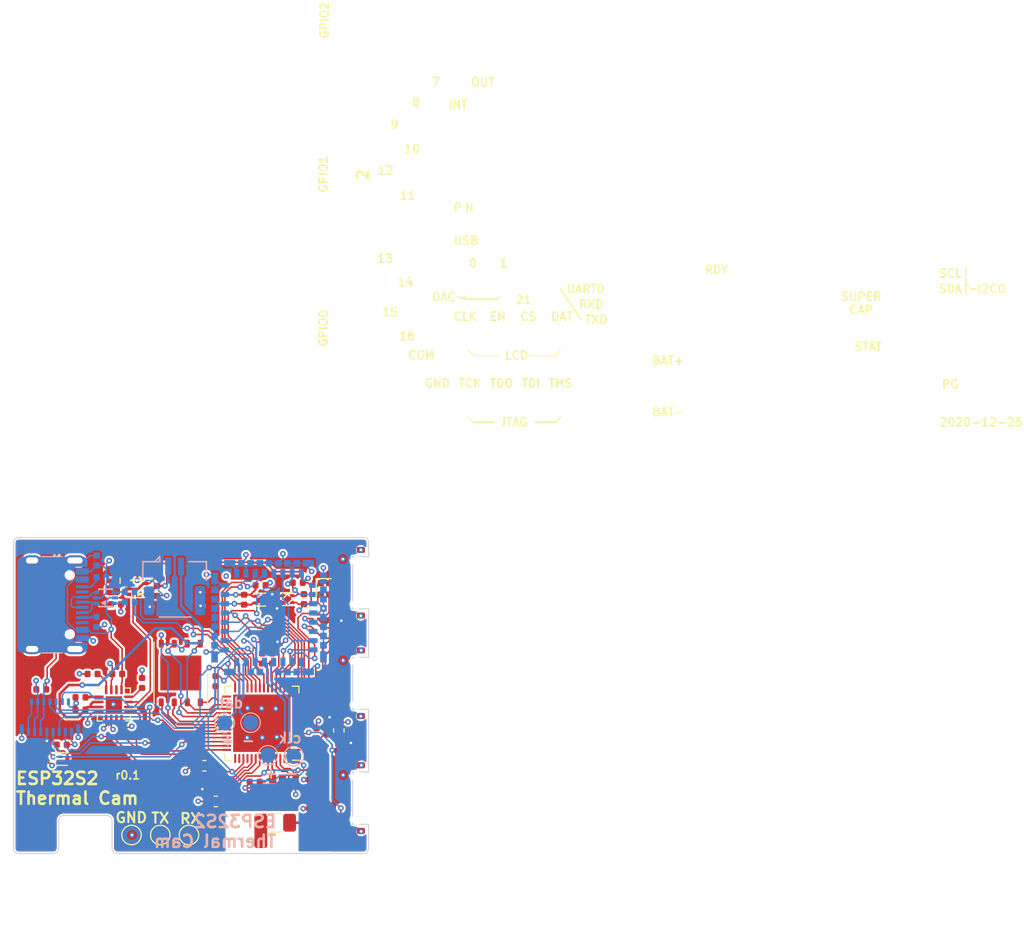
<source format=kicad_pcb>
(kicad_pcb (version 20201220) (generator pcbnew)
  (title_block (title "Sharp Memory LCD Breakout") (date "2020-12-26") (rev "r1.0"))
  (layers (0 "F.Cu" signal) (1 "In1.Cu" signal) (2 "In2.Cu" signal) (31 "B.Cu" signal) (34 "B.Paste" user) (35 "F.Paste" user) (36 "B.SilkS" user "B.Silkscreen") (37 "F.SilkS" user "F.Silkscreen") (38 "B.Mask" user) (39 "F.Mask" user) (44 "Edge.Cuts" user))
  (net 0 "")
  (net 1 "GND")
  (net 2 "Net-(AE1-Pad1)")
  (net 3 "no_connect_83")
  (net 4 "/V_SYS")
  (net 5 "VBUS")
  (net 6 "/VCC_SPI")
  (net 7 "Net-(C3-Pad2)")
  (net 8 "Net-(C4-Pad2)")
  (net 9 "Net-(C5-Pad2)")
  (net 10 "Net-(C13-Pad1)")
  (net 11 "Net-(C19-Pad1)")
  (net 12 "Net-(C10-Pad1)")
  (net 13 "/U0RXD")
  (net 14 "/CC1")
  (net 15 "/xD+")
  (net 16 "/xD-")
  (net 17 "/CC2")
  (net 18 "/SHIELD")
  (net 19 "/VDD3P3")
  (net 20 "Net-(L1-Pad1)")
  (net 21 "/USB_N")
  (net 22 "/iD-")
  (net 23 "/USB_P")
  (net 24 "/iD+")
  (net 25 "Net-(U3-Pad50)")
  (net 26 "/SPI_~HLD~-IO3")
  (net 27 "/SPI_~WP~-IO2")
  (net 28 "/SPI_~CS")
  (net 29 "/SPI_SCK")
  (net 30 "/SPI_CIPO-IO1")
  (net 31 "/SPI_COPI-IO0")
  (net 32 "+3V0")
  (net 33 "Net-(U3-Pad55)")
  (net 34 "/SBU1")
  (net 35 "/SBU2")
  (net 36 "+2V8")
  (net 37 "Net-(U3-Pad10)")
  (net 38 "/LCD_CS")
  (net 39 "Net-(U3-Pad11)")
  (net 40 "+1V2")
  (net 41 "/LEP_EN")
  (net 42 "/I2C_SDA")
  (net 43 "/I2C_SCL")
  (net 44 "/BUTTON_B")
  (net 45 "/BUTTON_C")
  (net 46 "/BUTTON_A")
  (net 47 "/MTCK")
  (net 48 "/MTDO")
  (net 49 "/MTDI")
  (net 50 "/U0TXD")
  (net 51 "/V_BAT")
  (net 52 "/LEP_GP3")
  (net 53 "/LEP_GP2")
  (net 54 "Net-(R12-Pad2)")
  (net 55 "/LEP_GP1")
  (net 56 "Net-(R13-Pad2)")
  (net 57 "Net-(R14-Pad2)")
  (net 58 "/LEP_GP0")
  (net 59 "/LEP_RST")
  (net 60 "/LEP_PWRDWN")
  (net 61 "/RAM_~CS")
  (net 62 "Net-(U6-Pad14)")
  (net 63 "/CHG_STAT")
  (net 64 "/CHG_PG")
  (net 65 "/LEP_MOSI")
  (net 66 "/LEP_MISO")
  (net 67 "/LEP_CLK")
  (net 68 "/LEP_CS")
  (net 69 "/LEP_D_P")
  (net 70 "/LEP_D_N")
  (net 71 "/LEP_C_P")
  (net 72 "/LEP_C_N")
  (net 73 "/LEP_MCLK")
  (net 74 "Net-(LEP1-Pad17)")
  (net 75 "/LED_A")
  (net 76 "/LCD_RST")
  (net 77 "/LCD_SCL")
  (net 78 "/LCD_WR")
  (net 79 "/LCD_SDA")
  (net 80 "/LCD_TE")
  (net 81 "/LED_K")
  (net 82 "Net-(Q1-Pad3)")
  (net 83 "/LCD_BL")
  (footprint "Resistor_SMD:R_0402_1005Metric" (layer "F.Cu") (at 158.025 80.775)
    (fp_text reference "R14" hide)
    (fp_text value "10k" hide)
  )
  (footprint "TestPoint:TestPoint_Pad_D1.5mm" (layer "F.Cu") (at 165.8 94.2 90)
    (fp_text reference "TP5" hide)
    (fp_text value "TestPoint" hide)
  )
  (footprint "TestPoint:TestPoint_Pad_D1.5mm" (layer "F.Cu") (at 168.6 94.2 90)
    (fp_text reference "TP6" hide)
    (fp_text value "TestPoint" hide)
  )
  (footprint "Resistor_SMD:R_0402_1005Metric" (layer "F.Cu") (at 159.2 78.5)
    (fp_text reference "R13" hide)
    (fp_text value "10k" hide)
  )
  (footprint "Capacitor_SMD:C_0402_1005Metric" (layer "F.Cu") (at 181.025 84.275 90)
    (fp_text reference "C15" hide)
    (fp_text value "100n" hide)
  )
  (footprint "Capacitor_SMD:C_0402_1005Metric" (layer "F.Cu") (at 173.975 71.25 -90)
    (fp_text reference "C25" hide)
    (fp_text value "1uF" hide)
  )
  (footprint "Package_SON:WSON-8-1EP_6x5mm_P1.27mm_EP3.4x4mm" (layer "F.Cu") (at 167.8 78.4 -90)
    (fp_text reference "U4" hide)
    (fp_text value "W25Q32JVZPIQ" hide)
  )
  (footprint "Capacitor_SMD:C_0402_1005Metric" (layer "F.Cu") (at 164.575 68.199999 -90)
    (fp_text reference "C6" hide)
    (fp_text value "1uF" hide)
  )
  (footprint "Capacitor_SMD:C_0402_1005Metric" (layer "F.Cu") (at 175 90.2)
    (fp_text reference "C4" hide)
    (fp_text value "18pF" hide)
  )
  (footprint "Capacitor_SMD:C_0402_1005Metric" (layer "F.Cu") (at 161.6 78.5)
    (fp_text reference "C21" hide)
    (fp_text value "4.7uF" hide)
  )
  (footprint "Package_SON:Texas_X2SON-4_1x1mm_P0.65mm" (layer "F.Cu") (at 175.575 71.25)
    (fp_text reference "U7" hide)
    (fp_text value "TLV733P" hide)
  )
  (footprint "gsd-footprints:EVQP4" (layer "F.Cu") (at 186.2 69.6 90)
    (fp_text reference "SW3" hide)
    (fp_text value "SW_Push" hide)
  )
  (footprint "Capacitor_SMD:C_0402_1005Metric" (layer "F.Cu") (at 163.575 68.199999 -90)
    (fp_text reference "C5" hide)
    (fp_text value "6.8pF" hide)
  )
  (footprint "Resistor_SMD:R_0402_1005Metric" (layer "F.Cu") (at 183.55 86)
    (fp_text reference "R8" hide)
    (fp_text value "10k" hide)
  )
  (footprint "Resistor_SMD:R_0402_1005Metric" (layer "F.Cu") (at 156.2 85.4 180)
    (fp_text reference "R11" hide)
    (fp_text value "33R" hide)
  )
  (footprint "Capacitor_SMD:C_0402_1005Metric" (layer "F.Cu") (at 154.2 80 180)
    (fp_text reference "C23" hide)
    (fp_text value "1uF" hide)
  )
  (footprint "Capacitor_SMD:C_0402_1005Metric" (layer "F.Cu") (at 179.2 69.6 180)
    (fp_text reference "C17" hide)
    (fp_text value "2.2uF" hide)
  )
  (footprint "Package_DFN_QFN:QFN-56-1EP_7x7mm_P0.4mm_EP5.6x5.6mm" (layer "F.Cu") (at 175.7 83.3 180)
    (fp_text reference "U3" hide)
    (fp_text value "ESP32-S2" hide)
  )
  (footprint "led-clock:SOT-666" (layer "F.Cu") (at 163.575 70.2 180)
    (fp_text reference "U2" hide)
    (fp_text value "TLV62569DRL" hide)
  )
  (footprint "Inductor_SMD:L_0402_1005Metric" (layer "F.Cu") (at 182 83.915 -90)
    (fp_text reference "FB2" hide)
    (fp_text value "240R" hide)
  )
  (footprint "Capacitor_SMD:C_0402_1005Metric" (layer "F.Cu") (at 175.000001 89.025001)
    (fp_text reference "C3" hide)
    (fp_text value "18pF" hide)
  )
  (footprint "gsd-footprints:EVQP4" (layer "F.Cu") (at 186.2 79.4 90)
    (fp_text reference "SW2" hide)
    (fp_text value "SW_Push" hide)
  )
  (footprint "Capacitor_SMD:C_0402_1005Metric" (layer "F.Cu") (at 179 89 -90)
    (fp_text reference "C13" hide)
    (fp_text value "100n" hide)
  )
  (footprint "Capacitor_SMD:C_0402_1005Metric" (layer "F.Cu") (at 171.2 79.2 90)
    (fp_text reference "C2" hide)
    (fp_text value "2.2uF" hide)
  )
  (footprint "led-clock:Crystal_SMD_4Pin_2.0x1.6mm" (layer "F.Cu") (at 177.2 89.4 180)
    (fp_text reference "Y1" hide)
    (fp_text value "40MHz" hide)
  )
  (footprint "Resistor_SMD:R_0402_1005Metric" (layer "F.Cu") (at 183 75)
    (fp_text reference "R16" hide)
    (fp_text value "10k" hide)
  )
  (footprint "gsd-footprints:EVQP4" (layer "F.Cu") (at 186.2 90.6 90)
    (fp_text reference "SW1" hide)
    (fp_text value "SW_Push" hide)
  )
  (footprint "Capacitor_SMD:C_0402_1005Metric" (layer "F.Cu") (at 175.725 76.99 90)
    (fp_text reference "C9" hide)
    (fp_text value "100n" hide)
  )
  (footprint "Capacitor_SMD:C_0402_1005Metric" (layer "F.Cu") (at 161.475 71.699999)
    (fp_text reference "C7" hide)
    (fp_text value "2.2uF" hide)
  )
  (footprint "Package_TO_SOT_SMD:SOT-883" (layer "F.Cu") (at 156.4 86.8)
    (fp_text reference "Q1" hide)
    (fp_text value "Q_NMOS_GSD" hide)
  )
  (footprint "Package_SON:Texas_X2SON-4_1x1mm_P0.65mm" (layer "F.Cu") (at 178.2 71.2 180)
    (fp_text reference "U8" hide)
    (fp_text value "TLV733P" hide)
  )
  (footprint "Capacitor_SMD:C_0402_1005Metric" (layer "F.Cu") (at 158.025 81.975)
    (fp_text reference "C22" hide)
    (fp_text value "4.7uF" hide)
  )
  (footprint "Capacitor_SMD:C_0402_1005Metric" (layer "F.Cu") (at 175.575 69.85)
    (fp_text reference "C24" hide)
    (fp_text value "2.2uF" hide)
  )
  (footprint "Resistor_SMD:R_0402_1005Metric" (layer "F.Cu") (at 183 74)
    (fp_text reference "R15" hide)
    (fp_text value "10k" hide)
  )
  (footprint "Capacitor_SMD:C_0402_1005Metric" (layer "F.Cu") (at 180.8 91.6 180)
    (fp_text reference "C11" hide)
    (fp_text value "TBD" hide)
  )
  (footprint "Resistor_SMD:R_0402_1005Metric" (layer "F.Cu") (at 154.35 86.675 -90)
    (fp_text reference "R18" hide)
    (fp_text value "10k" hide)
  )
  (footprint "Capacitor_SMD:C_0603_1608Metric" (layer "F.Cu") (at 171.2125 90.925 180)
    (fp_text reference "C8" hide)
    (fp_text value "10u" hide)
  )
  (footprint "Resistor_SMD:R_0402_1005Metric" (layer "F.Cu") (at 164.025 79.375 -90)
    (fp_text reference "R12" hide)
    (fp_text value "10k" hide)
  )
  (footprint "Inductor_SMD:L_0402_1005Metric" (layer "F.Cu") (at 181.3 90.2 -90)
    (fp_text reference "L2" hide)
    (fp_text value "TBD" hide)
  )
  (footprint "Resistor_SMD:R_0402_1005Metric" (layer "F.Cu") (at 180.95 79.575 -90)
    (fp_text reference "R17" hide)
    (fp_text value "10k" hide)
  )
  (footprint "Capacitor_SMD:C_0603_1608Metric" (layer "F.Cu") (at 170.1 87.45 180)
    (fp_text reference "C19" hide)
    (fp_text value "10u" hide)
  )
  (footprint "Capacitor_SMD:C_0603_1608Metric" (layer "F.Cu") (at 183.2 84 90)
    (fp_text reference "C14" hide)
    (fp_text value "10u" hide)
  )
  (footprint "Capacitor_SMD:C_0402_1005Metric" (layer "F.Cu") (at 180.8 88.8 180)
    (fp_text reference "C10" hide)
    (fp_text value "TBD" hide)
  )
  (footprint "Resistor_SMD:R_0402_1005Metric" (layer "F.Cu") (at 162.575001 68.199999 90)
    (fp_text reference "R6" hide)
    (fp_text value "210k" hide)
  )
  (footprint "Capacitor_SMD:C_0402_1005Metric" (layer "F.Cu") (at 165.575 68.199999 90)
    (fp_text reference "C1" hide)
    (fp_text value "4.7uF" hide)
  )
  (footprint "Oscillator:Oscillator_SMD_Abracon_ASCO-4Pin_1.6x1.2mm" (layer "F.Cu") (at 181.8 70.2)
    (fp_text reference "X1" hide)
    (fp_text value "ASCO" hide)
  )
  (footprint "Capacitor_SMD:C_0402_1005Metric" (layer "F.Cu") (at 179.8 71.2 90)
    (fp_text reference "C18" hide)
    (fp_text value "2.2uF" hide)
  )
  (footprint "Capacitor_SMD:C_0402_1005Metric" (layer "F.Cu") (at 176.225 75.39 180)
    (fp_text reference "C12" hide)
    (fp_text value "100n" hide)
  )
  (footprint "Package_DFN_QFN:VQFN-16-1EP_3x3mm_P0.5mm_EP1.6x1.6mm" (layer "F.Cu") (at 161.275 81.475)
    (fp_text reference "U6" hide)
    (fp_text value "BQ24072RGT" hide)
  )
  (footprint "TestPoint:TestPoint_Pad_D1.5mm" (layer "F.Cu") (at 163 94.2 90)
    (fp_text reference "TP7" hide)
    (fp_text value "TestPoint" hide)
  )
  (footprint "Inductor_SMD:L_0402_1005Metric" (layer "F.Cu") (at 171.2 89.725)
    (fp_text reference "FB3" hide)
    (fp_text value "240R" hide)
  )
  (footprint "gsd-footprints:Ant_3216" (layer "F.Cu") (at 177 93 180)
    (fp_text reference "AE1" hide)
    (fp_text value "Antenna" hide)
  )
  (footprint "Inductor_SMD:L_0402_1005Metric" (layer "F.Cu") (at 176.725 76.99 -90)
    (fp_text reference "FB1" hide)
    (fp_text value "240R" hide)
  )
  (footprint "Resistor_SMD:R_0402_1005Metric" (layer "F.Cu") (at 165.475 70.399999 -90)
    (fp_text reference "R7" hide)
    (fp_text value "47k" hide)
  )
  (footprint "Inductor_SMD:L_0805_2012Metric" (layer "F.Cu") (at 161.175 69.399999 90)
    (fp_text reference "L1" hide)
    (fp_text value "2.2uH" hide)
  )
  (footprint "gsd-footprints:FH26W-15S-0.3SHW(60)" (layer "B.Cu") (at 155.05 82.95 180)
    (fp_text reference "J2" hide)
    (fp_text value "Conn_01x15_MountingPin" hide)
  )
  (footprint "Resistor_SMD:R_0402_1005Metric" (layer "B.Cu") (at 160.066 69.08 180)
    (fp_text reference "R3" hide)
    (fp_text value "5k1" hide)
  )
  (footprint "Resistor_SMD:R_0402_1005Metric" (layer "B.Cu") (at 162.825997 70.5025 180)
    (fp_text reference "R5" hide)
    (fp_text value "22R" hide)
  )
  (footprint "Resistor_SMD:R_0402_1005Metric" (layer "B.Cu") (at 162.825998 71.5025 180)
    (fp_text reference "R4" hide)
    (fp_text value "22R" hide)
  )
  (footprint "gsd-footprints:BM02B-GHS-TBT" (layer "B.Cu") (at 167.2 68 180)
    (fp_text reference "J4" hide)
    (fp_text value "JST" hide)
  )
  (footprint "pkl_connectors:USB_C_Receptacle_HRO_TYPE-C-31-M-12" (layer "B.Cu") (at 154.355 71.75 90)
    (fp_text reference "J1" hide)
    (fp_text value "USB_C" hide)
  )
  (footprint "TestPoint:TestPoint_Pad_D1.5mm" (layer "B.Cu") (at 176.3 86.425 180)
    (fp_text reference "TP36" hide)
    (fp_text value "TestPoint" hide)
  )
  (footprint "Resistor_SMD:R_0402_1005Metric" (layer "B.Cu") (at 159.61 67.432 90)
    (fp_text reference "R1" hide)
    (fp_text value "1M" hide)
  )
  (footprint "led-clock:SOT-666" (layer "B.Cu") (at 160.466 71.075001)
    (fp_text reference "U1" hide)
    (fp_text value "USBLC6-2" hide)
  )
  (footprint "TestPoint:TestPoint_Pad_D1.5mm" (layer "B.Cu") (at 172.075 83.275 180)
    (fp_text reference "TP38" hide)
    (fp_text value "TestPoint" hide)
  )
  (footprint "TestPoint:TestPoint_Pad_D1.5mm" (layer "B.Cu") (at 178.8 86.525 180)
    (fp_text reference "TP35" hide)
    (fp_text value "TestPoint" hide)
  )
  (footprint "TestPoint:TestPoint_Pad_D1.5mm" (layer "B.Cu") (at 174.6 83.25 180)
    (fp_text reference "TP37" hide)
    (fp_text value "TestPoint" hide)
  )
  (footprint "gsd-footprints:1050281001" (layer "B.Cu") (at 176.4 73)
    (fp_text reference "LEP1" hide)
    (fp_text value "LEPTON" hide)
  )
  (footprint "Resistor_SMD:R_0402_1005Metric" (layer "B.Cu") (at 159.566 73.425 90)
    (fp_text reference "R2" hide)
    (fp_text value "5k1" hide)
  )
  (gr_line (start 195.3 41.85) (end 195.7 41.65) (layer "F.SilkS") (width 0.15))
  (gr_line (start 196.3 53.95) (end 195.8 53.45) (layer "F.SilkS") (width 0.15))
  (gr_line (start 204.8 40.95) (end 206.8 43.95) (layer "F.SilkS") (width 0.15))
  (gr_line (start 204.3 53.95) (end 204.8 53.45) (layer "F.SilkS") (width 0.15))
  (gr_line (start 198.3 53.95) (end 196.3 53.95) (layer "F.SilkS") (width 0.15))
  (gr_line (start 196.3 47.45) (end 195.8 46.95) (layer "F.SilkS") (width 0.15))
  (gr_line (start 244.3 40.45) (end 244.3 38.95) (layer "F.SilkS") (width 0.15))
  (gr_line (start 198.8 47.45) (end 196.3 47.45) (layer "F.SilkS") (width 0.15))
  (gr_line (start 204.3 47.45) (end 204.8 46.95) (layer "F.SilkS") (width 0.15))
  (gr_line (start 245.3 40.95) (end 244.8 40.95) (layer "F.SilkS") (width 0.15))
  (gr_line (start 202.3 53.95) (end 204.3 53.95) (layer "F.SilkS") (width 0.15))
  (gr_line (start 201.8 47.45) (end 204.3 47.45) (layer "F.SilkS") (width 0.15))
  (gr_line (start 194.8 41.75) (end 195.5 41.95) (layer "F.SilkS") (width 0.15))
  (gr_line (start 244.3 40.45) (end 244.3 41.45) (layer "F.SilkS") (width 0.15))
  (gr_line (start 195.5 41.95) (end 198.6 41.95) (layer "F.SilkS") (width 0.15))
  (gr_line (start 198.6 41.95) (end 198.9 41.75) (layer "F.SilkS") (width 0.15))
  (gr_line (start 244.8 40.95) (end 244.3 40.45) (layer "F.SilkS") (width 0.15))
  (gr_line (start 186.100001 95.5) (end 186.1 93.15) (layer "Edge.Cuts") (width 0.1))
  (gr_line (start 184.55 67.05) (end 186.1 67.050001) (layer "Edge.Cuts") (width 0.1))
  (gr_line (start 186.1 93.15) (end 184.55 93.15) (layer "Edge.Cuts") (width 0.1))
  (gr_line (start 186.100001 81.95) (end 184.55 81.95) (layer "Edge.Cuts") (width 0.1))
  (gr_line (start 186.100001 76.875) (end 186.100001 72.15) (layer "Edge.Cuts") (width 0.1))
  (gr_line (start 186.1 67.050001) (end 186.099999 65.7) (layer "Edge.Cuts") (width 0.1))
  (gr_line (start 186.100001 72.15) (end 184.55 72.15) (layer "Edge.Cuts") (width 0.1))
  (gr_line (start 184.55 88.05) (end 186.100001 88.05) (layer "Edge.Cuts") (width 0.1))
  (gr_line (start 184.55 76.875) (end 186.100001 76.875) (layer "Edge.Cuts") (width 0.1))
  (gr_line (start 184.55 72.15) (end 184.55 67.05) (layer "Edge.Cuts") (width 0.1))
  (gr_line (start 186.100001 88.05) (end 186.100001 81.95) (layer "Edge.Cuts") (width 0.1))
  (gr_line (start 184.55 81.95) (end 184.55 76.875) (layer "Edge.Cuts") (width 0.1))
  (gr_line (start 184.55 93.15) (end 184.55 88.05) (layer "Edge.Cuts") (width 0.1))
  (gr_line (start 161.1 95.5) (end 161.099999 92.8) (layer "Edge.Cuts") (width 0.1))
  (gr_line (start 155.900001 95.500001) (end 155.9 92.8) (layer "Edge.Cuts") (width 0.1))
  (gr_arc (start 185.599999 65.7) (end 186.099999 65.7) (angle -90) (layer "Edge.Cuts") (width 0.1))
  (gr_arc (start 152.000001 95.500001) (end 151.500001 95.500001) (angle -90) (layer "Edge.Cuts") (width 0.1))
  (gr_arc (start 155.400001 95.5) (end 155.4 96) (angle -90) (layer "Edge.Cuts") (width 0.1))
  (gr_line (start 151.5 65.699999) (end 151.500001 95.500001) (layer "Edge.Cuts") (width 0.1))
  (gr_arc (start 156.4 92.800001) (end 156.400001 92.300001) (angle -90) (layer "Edge.Cuts") (width 0.1))
  (gr_line (start 185.599999 65.2) (end 152 65.2) (layer "Edge.Cuts") (width 0.1))
  (gr_line (start 152.000001 96.000001) (end 155.4 96) (layer "Edge.Cuts") (width 0.1))
  (gr_line (start 161.599999 96) (end 185.6 96) (layer "Edge.Cuts") (width 0.1))
  (gr_line (start 156.400001 92.300001) (end 160.6 92.3) (layer "Edge.Cuts") (width 0.1))
  (gr_arc (start 161.6 95.5) (end 161.1 95.5) (angle -90) (layer "Edge.Cuts") (width 0.1))
  (gr_arc (start 185.599997 95.499996) (end 185.6 96) (angle -89.99908327) (layer "Edge.Cuts") (width 0.1))
  (gr_arc (start 152 65.699999) (end 152 65.2) (angle -90) (layer "Edge.Cuts") (width 0.1))
  (gr_arc (start 160.599999 92.8) (end 161.099999 92.8) (angle -90) (layer "Edge.Cuts") (width 0.1))
  (gr_text "clk" (at 178.45 84.75) (layer "B.SilkS") (effects (font (size 1 1) (thickness 0.2)) (justify mirror)))
  (gr_text "+ -" (at 177.600001 88.315 180) (layer "B.SilkS") (effects (font (size 1 1) (thickness 0.2)) (justify mirror)))
  (gr_text "+ -" (at 173.375 85.125 180) (layer "B.SilkS") (effects (font (size 1 1) (thickness 0.2)) (justify mirror)))
  (gr_text "dat" (at 172.675 81.325) (layer "B.SilkS") (effects (font (size 1 1) (thickness 0.2)) (justify mirror)))
  (gr_text "ESP32S2\nThermal Cam" (at 177.25 93.85) (layer "B.SilkS") (effects (font (size 1.2 1.2) (thickness 0.25)) (justify left mirror)))
  (gr_text "USB" (at 194.3 36.25) (layer "F.SilkS") (effects (font (size 0.8 0.8)) (justify left)))
  (gr_text "INT" (at 193.8 23) (layer "F.SilkS") (effects (font (size 0.8 0.8)) (justify left)))
  (gr_text "2020-12-26" (at 245.8 53.95) (layer "F.SilkS") (effects (font (size 0.8 0.8))))
  (gr_text "CLK" (at 194.3 43.65) (layer "F.SilkS") (effects (font (size 0.8 0.8)) (justify left)))
  (gr_text "DAC" (at 192.2 41.75) (layer "F.SilkS") (effects (font (size 0.8 0.8)) (justify left)))
  (gr_text "BAT+" (at 215.3 47.95) (layer "F.SilkS") (effects (font (size 0.8 0.8))))
  (gr_text "LCD" (at 199.3 47.45) (layer "F.SilkS") (effects (font (size 0.8 0.8)) (justify left)))
  (gr_text "SCL" (at 242.8 39.45) (layer "F.SilkS") (effects (font (size 0.8 0.8))))
  (gr_text "9" (at 188.15 24.95) (layer "F.SilkS") (effects (font (size 0.8 0.8)) (justify left)))
  (gr_text "TX" (at 165.8 92.55) (layer "F.SilkS") (effects (font (size 1 1) (thickness 0.2))))
  (gr_text "16" (at 189 45.55) (layer "F.SilkS") (effects (font (size 0.8 0.8)) (justify left)))
  (gr_text "TXD" (at 208.3 43.95) (layer "F.SilkS") (effects (font (size 0.8 0.8))))
  (gr_text "PG" (at 242.8 50.25) (layer "F.SilkS") (effects (font (size 0.8 0.8))))
  (gr_text "TDO" (at 199.047619 50.15) (layer "F.SilkS") (effects (font (size 0.8 0.8))))
  (gr_text "GPIO0" (at 181.695 46.669048 90) (layer "F.SilkS") (effects (font (size 0.8 0.8)) (justify left)))
  (gr_text "TCK" (at 195.971429 50.15) (layer "F.SilkS") (effects (font (size 0.8 0.8))))
  (gr_text "BAT-" (at 215.3 52.95) (layer "F.SilkS") (effects (font (size 0.8 0.8))))
  (gr_text "15" (at 187.35 43.2) (layer "F.SilkS") (effects (font (size 0.8 0.8)) (justify left)))
  (gr_text "CS" (at 200.8 43.65) (layer "F.SilkS") (effects (font (size 0.8 0.8)) (justify left)))
  (gr_text "2" (at 185.55 30.5 90) (layer "F.SilkS") (effects (font (size 1.1 1.1) (thickness 0.25)) (justify left)))
  (gr_text "0" (at 195.8 38.45) (layer "F.SilkS") (effects (font (size 0.8 0.8)) (justify left)))
  (gr_text "P" (at 194.3 33.05) (layer "F.SilkS") (effects (font (size 0.8 0.8)) (justify left)))
  (gr_text "SDA" (at 242.8 40.95) (layer "F.SilkS") (effects (font (size 0.8 0.8))))
  (gr_text "OUT" (at 196 20.8) (layer "F.SilkS") (effects (font (size 0.8 0.8)) (justify left)))
  (gr_text "STAT" (at 234.8 46.6) (layer "F.SilkS") (effects (font (size 0.8 0.8))))
  (gr_text "TMS" (at 204.8 50.15) (layer "F.SilkS") (effects (font (size 0.8 0.8))))
  (gr_text "ESP32S2\nThermal Cam" (at 151.6 89.65) (layer "F.SilkS") (effects (font (size 1.2 1.2) (thickness 0.25)) (justify left)))
  (gr_text "14" (at 188.85 40.3) (layer "F.SilkS") (effects (font (size 0.8 0.8)) (justify left)))
  (gr_text "N" (at 195.4 33.05) (layer "F.SilkS") (effects (font (size 0.8 0.8)) (justify left)))
  (gr_text "11" (at 189.05 31.85) (layer "F.SilkS") (effects (font (size 0.8 0.8)) (justify left)))
  (gr_text "DAT" (at 203.8 43.65) (layer "F.SilkS") (effects (font (size 0.8 0.8)) (justify left)))
  (gr_text "12" (at 186.9 29.4) (layer "F.SilkS") (effects (font (size 0.8 0.8)) (justify left)))
  (gr_text "10" (at 189.5 27.3) (layer "F.SilkS") (effects (font (size 0.8 0.8)) (justify left)))
  (gr_text "GPIO2" (at 181.8145 16.65 90) (layer "F.SilkS") (effects (font (size 0.8 0.8)) (justify left)))
  (gr_text "RX" (at 168.725 92.6) (layer "F.SilkS") (effects (font (size 1 1) (thickness 0.2))))
  (gr_text "7" (at 192.2 20.75) (layer "F.SilkS") (effects (font (size 0.8 0.8)) (justify left)))
  (gr_text "JTAG" (at 198.8 53.95) (layer "F.SilkS") (effects (font (size 0.8 0.8)) (justify left)))
  (gr_text "COM" (at 191.25 47.4) (layer "F.SilkS") (effects (font (size 0.8 0.8))))
  (gr_text "RXD" (at 207.8 42.45) (layer "F.SilkS") (effects (font (size 0.8 0.8))))
  (gr_text "8" (at 190.25 22.75) (layer "F.SilkS") (effects (font (size 0.8 0.8)) (justify left)))
  (gr_text "GND" (at 192.8 50.15) (layer "F.SilkS") (effects (font (size 0.8 0.8))))
  (gr_text "13" (at 186.85 38) (layer "F.SilkS") (effects (font (size 0.8 0.8)) (justify left)))
  (gr_text "GND" (at 162.975 92.5) (layer "F.SilkS") (effects (font (size 1 1) (thickness 0.2))))
  (gr_text "SUPER\nCAP" (at 234.1 42.35) (layer "F.SilkS") (effects (font (size 0.8 0.8))))
  (gr_text "EN" (at 197.8 43.65) (layer "F.SilkS") (effects (font (size 0.8 0.8)) (justify left)))
  (gr_text "TDI" (at 201.914286 50.15) (layer "F.SilkS") (effects (font (size 0.8 0.8))))
  (gr_text "UART0\n" (at 205.3 40.95) (layer "F.SilkS") (effects (font (size 0.8 0.8)) (justify left)))
  (gr_text "r0.1" (at 162.625 88.375) (layer "F.SilkS") (effects (font (size 0.8 0.8))))
  (gr_text "RDY" (at 220 39.1) (layer "F.SilkS") (effects (font (size 0.8 0.8))))
  (gr_text "21" (at 200.35 42) (layer "F.SilkS") (effects (font (size 0.8 0.8)) (justify left)))
  (gr_text "GPIO1" (at 181.695 31.65 90) (layer "F.SilkS") (effects (font (size 0.8 0.8)) (justify left)))
  (gr_text "I2C0" (at 246.8 40.95) (layer "F.SilkS") (effects (font (size 0.8 0.8))))
  (gr_text "1" (at 198.8 38.45) (layer "F.SilkS") (effects (font (size 0.8 0.8)) (justify left)))
  (segment (start 161.025 82.9125) (end 161.025 83.725) (width 0.15) (layer "F.Cu") (net 1))
  (segment (start 178.63 70.875) (end 179.025 70.875) (width 0.15) (layer "F.Cu") (net 1))
  (segment (start 183.2 83.2125) (end 184.0625 83.2125) (width 0.15) (layer "F.Cu") (net 1))
  (segment (start 159.05 82.45) (end 158.725 82.775) (width 0.15) (layer "F.Cu") (net 1))
  (segment (start 164.605 68.684999) (end 165.575 67.714999) (width 0.15) (layer "F.Cu") (net 1))
  (segment (start 174.515 90.2) (end 174.515 90.04) (width 0.15) (layer "F.Cu") (net 1))
  (segment (start 165.189999 70.2) (end 165.475 69.914999) (width 0.25) (layer "F.Cu") (net 1))
  (segment (start 162.025 82.9125) (end 162.025 83.5) (width 0.15) (layer "F.Cu") (net 1))
  (segment (start 175.74 75.39) (end 175.162173 75.39) (width 0.15) (layer "F.Cu") (net 1))
  (segment (start 159.275 82.225) (end 159.05 82.45) (width 0.15) (layer "F.Cu") (net 1))
  (segment (start 156.05 87.025) (end 155.85 87.025) (width 0.15) (layer "F.Cu") (net 1))
  (segment (start 162.025 83.5) (end 162.225 83.7) (width 0.15) (layer "F.Cu") (net 1))
  (segment (start 175.725 76.505) (end 175.725 75.405) (width 0.15) (layer "F.Cu") (net 1))
  (segment (start 157.54 81.285575) (end 157.604425 81.35) (width 0.25) (layer "F.Cu") (net 1))
  (segment (start 158.725 82.775) (end 158.725 83.3) (width 0.15) (layer "F.Cu") (net 1))
  (segment (start 162.225 83.7) (end 162.7 83.7) (width 0.15) (layer "F.Cu") (net 1))
  (segment (start 175.725 75.405) (end 175.74 75.39) (width 0.15) (layer "F.Cu") (net 1))
  (segment (start 165.575 67.714999) (end 166.239999 67.714999) (width 0.15) (layer "F.Cu") (net 1))
  (segment (start 181.025 83.79) (end 181.025 83.275) (width 0.15) (layer "F.Cu") (net 1))
  (segment (start 174.66 71.735) (end 173.975 71.735) (width 0.2) (layer "F.Cu") (net 1))
  (segment (start 165.895 74.705) (end 165.9 74.7) (width 0.15) (layer "F.Cu") (net 1))
  (segment (start 166.425 68.825) (end 166.425 69.725) (width 0.15) (layer "F.Cu") (net 1))
  (segment (start 181.15 71.3) (end 181.15 71.545) (width 0.15) (layer "F.Cu") (net 1))
  (segment (start 166.425 69.725) (end 166.25 69.9) (width 0.15) (layer "F.Cu") (net 1))
  (segment (start 178.715 69.6) (end 178.35 69.6) (width 0.15) (layer "F.Cu") (net 1))
  (segment (start 174.515001 89.025001) (end 174.515001 89.159999) (width 0.15) (layer "F.Cu") (net 1))
  (segment (start 161.25 81.475) (end 161.225 81.45) (width 0.15) (layer "F.Cu") (net 1))
  (segment (start 166.325 67.8) (end 166.425 67.9) (width 0.15) (layer "F.Cu") (net 1))
  (segment (start 175.825 89.6) (end 176 89.775) (width 0.15) (layer "F.Cu") (net 1))
  (segment (start 160.525 83.575) (end 160.275 83.825) (width 0.15) (layer "F.Cu") (net 1))
  (segment (start 155.85 87.025) (end 155.6 87.275) (width 0.15) (layer "F.Cu") (net 1))
  (segment (start 180.95 79.09) (end 180.95 77.9) (width 0.15) (layer "F.Cu") (net 1))
  (segment (start 161.025 80.0375) (end 161.025 79.105) (width 0.15) (layer "F.Cu") (net 1))
  (segment (start 164.025 78.89) (end 164.025 78.125) (width 0.15) (layer "F.Cu") (net 1))
  (segment (start 155.45 87.425) (end 155.25 87.425) (width 0.15) (layer "F.Cu") (net 1))
  (segment (start 161.96 71.699999) (end 161.96 72.415) (width 0.25) (layer "F.Cu") (net 1))
  (segment (start 180.315 91.6) (end 179.75 91.6) (width 0.15) (layer "F.Cu") (net 1))
  (segment (start 178.2 71.2) (end 178.305 71.2) (width 0.15) (layer "F.Cu") (net 1))
  (segment (start 168.275 88.025) (end 168.25 88) (width 0.15) (layer "F.Cu") (net 1))
  (segment (start 154.35 87.16) (end 154.985 87.16) (width 0.15) (layer "F.Cu") (net 1))
  (segment (start 163 94.2) (end 163.05 94.2) (width 0.15) (layer "F.Cu") (net 1))
  (segment (start 178.305 71.2) (end 178.63 70.875) (width 0.15) (layer "F.Cu") (net 1))
  (segment (start 175.25 71.575) (end 175.575 71.25) (width 0.2) (layer "F.Cu") (net 1))
  (segment (start 173.89 71.65) (end 173.975 71.735) (width 0.15) (layer "F.Cu") (net 1))
  (segment (start 169.525 90.925) (end 169.5 90.9) (width 0.15) (layer "F.Cu") (net 1))
  (segment (start 169.3125 87.45) (end 168.8 87.45) (width 0.15) (layer "F.Cu") (net 1))
  (segment (start 179.185 70.715) (end 179.8 70.715) (width 0.15) (layer "F.Cu") (net 1))
  (segment (start 174.85 71.575) (end 174.675 71.75) (width 0.2) (layer "F.Cu") (net 1))
  (segment (start 180.315 88.8) (end 179.775 88.8) (width 0.15) (layer "F.Cu") (net 1))
  (segment (start 157.54 80.775) (end 157.54 81.285575) (width 0.25) (layer "F.Cu") (net 1))
  (segment (start 166.425 67.9) (end 166.425 68.825) (width 0.15) (layer "F.Cu") (net 1))
  (segment (start 158.715 78.5) (end 157.95 78.5) (width 0.15) (layer "F.Cu") (net 1))
  (segment (start 181.15 71) (end 181.15 71.3) (width 0.15) (layer "F.Cu") (net 1))
  (segment (start 161.275 81.475) (end 161.25 81.475) (width 0.15) (layer "F.Cu") (net 1))
  (segment (start 174.515001 89.159999) (end 174.075 89.6) (width 0.15) (layer "F.Cu") (net 1))
  (segment (start 164.575 68.684999) (end 164.605 68.684999) (width 0.15) (layer "F.Cu") (net 1))
  (segment (start 166.239999 67.714999) (end 166.325 67.8) (width 0.15) (layer "F.Cu") (net 1))
  (segment (start 165.895 75.5375) (end 165.895 74.705) (width 0.15) (layer "F.Cu") (net 1))
  (segment (start 157.95 78.5) (end 157.925 78.475) (width 0.15) (layer "F.Cu") (net 1))
  (segment (start 153.715 79.165) (end 153.7 79.15) (width 0.15) (layer "F.Cu") (net 1))
  (segment (start 165.925 76.2) (end 165.925 75.5675) (width 0.15) (layer "F.Cu") (net 1))
  (segment (start 179.185 70.715) (end 179.185 70.585) (width 0.15) (layer "F.Cu") (net 1))
  (segment (start 183.625 88.325) (end 183.625 88.35) (width 0.15) (layer "F.Cu") (net 1))
  (segment (start 174.75 89.6) (end 174.075 89.6) (width 0.15) (layer "F.Cu") (net 1))
  (segment (start 179.175 70.725) (end 179.185 70.715) (width 0.15) (layer "F.Cu") (net 1))
  (segment (start 161.025 83.725) (end 161.2 83.9) (width 0.15) (layer "F.Cu") (net 1))
  (segment (start 179.025 70.875) (end 179.175 70.725) (width 0.15) (layer "F.Cu") (net 1))
  (segment (start 165.475 69.914999) (end 166.235001 69.914999) (width 0.25) (layer "F.Cu") (net 1))
  (segment (start 173.025 71.65) (end 173.89 71.65) (width 0.15) (layer "F.Cu") (net 1))
  (segment (start 162.7 83.7) (end 162.925 83.7) (width 0.15) (layer "F.Cu") (net 1))
  (segment (start 164.5 70.2) (end 165.189999 70.2) (width 0.25) (layer "F.Cu") (net 1))
  (segment (start 155.6 87.275) (end 155.45 87.425) (width 0.15) (layer "F.Cu") (net 1))
  (segment (start 179.75 91.6) (end 179.725 91.625) (width 0.15) (layer "F.Cu") (net 1))
  (segment (start 179.185 70.585) (end 178.925 70.325) (width 0.15) (layer "F.Cu") (net 1))
  (segment (start 159.8375 82.225) (end 159.275 82.225) (width 0.15) (layer "F.Cu") (net 1))
  (segment (start 174.515 90.04) (end 174.075 89.6) (width 0.15) (layer "F.Cu") (net 1))
  (segment (start 170.425 90.925) (end 169.525 90.925) (width 0.15) (layer "F.Cu") (net 1))
  (segment (start 177.7 88.75) (end 177.7 89.05) (width 0.15) (layer "F.Cu") (net 1))
  (segment (start 174.675 71.75) (end 174.66 71.735) (width 0.2) (layer "F.Cu") (net 1))
  (segment (start 177.7 89.05) (end 176.7 90.05) (width 0.15) (layer "F.Cu") (net 1))
  (segment (start 171.2 78.715) (end 171.565 78.715) (width 0.15) (layer "F.Cu") (net 1))
  (segment (start 181.15 71.545) (end 181.705 72.1) (width 0.15) (layer "F.Cu") (net 1))
  (segment (start 175.145 71.575) (end 174.85 71.575) (width 0.2) (layer "F.Cu") (net 1))
  (segment (start 175.162173 75.39) (end 174.911089 75.138916) (width 0.15) (layer "F.Cu") (net 1))
  (segment (start 166.235001 69.914999) (end 166.25 69.9) (width 0.25) (layer "F.Cu") (net 1))
  (segment (start 176.25 69.85) (end 176.5 69.6) (width 0.2) (layer "F.Cu") (net 1))
  (segment (start 178.715 70.115) (end 178.925 70.325) (width 0.15) (layer "F.Cu") (net 1))
  (segment (start 153.715 80) (end 153.715 79.165) (width 0.15) (layer "F.Cu") (net 1))
  (segment (start 181.4 70.75) (end 181.15 71) (width 0.15) (layer "F.Cu") (net 1))
  (segment (start 181.025 83.275) (end 181.225 83.075) (width 0.15) (layer "F.Cu") (net 1))
  (segment (start 178.715 69.6) (end 178.715 70.115) (width 0.15) (layer "F.Cu") (net 1))
  (segment (start 160.525 82.9125) (end 160.525 83.575) (width 0.15) (layer "F.Cu") (net 1))
  (segment (start 180.95 77.9) (end 181.125 77.725) (width 0.15) (layer "F.Cu") (net 1))
  (segment (start 161.115 78.5) (end 161.115 77.69) (width 0.15) (layer "F.Cu") (net 1))
  (segment (start 162.925 83.7) (end 163.025 83.6) (width 0.15) (layer "F.Cu") (net 1))
  (segment (start 161.025 79.105) (end 161.115 79.015) (width 0.15) (layer "F.Cu") (net 1))
  (segment (start 161.115 78.5) (end 161.115 79.015) (width 0.15) (layer "F.Cu") (net 1))
  (segment (start 157.54 81.414425) (end 157.604425 81.35) (width 0.25) (layer "F.Cu") (net 1))
  (segment (start 179 89.485) (end 179 90.25) (width 0.15) (layer "F.Cu") (net 1))
  (segment (start 165.925 75.5675) (end 165.895 75.5375) (width 0.15) (layer "F.Cu") (net 1))
  (segment (start 168.8 87.45) (end 168.25 88) (width 0.15) (layer "F.Cu") (net 1))
  (segment (start 154.985 87.16) (end 155.25 87.425) (width 0.15) (layer "F.Cu") (net 1))
  (segment (start 171.565 78.715) (end 172 79.15) (width 0.15) (layer "F.Cu") (net 1))
  (segment (start 184.0625 83.2125) (end 184.1 83.175) (width 0.15) (layer "F.Cu") (net 1))
  (segment (start 165.925 76.525) (end 165.925 76.2) (width 0.15) (layer "F.Cu") (net 1))
  (segment (start 176.7 90.05) (end 176.275 90.05) (width 0.15) (layer "F.Cu") (net 1))
  (segment (start 167.8 78.4) (end 165.925 76.525) (width 0.15) (layer "F.Cu") (net 1))
  (segment (start 161.115 77.69) (end 160.9 77.475) (width 0.15) (layer "F.Cu") (net 1))
  (segment (start 157.54 81.975) (end 157.54 81.414425) (width 0.25) (layer "F.Cu") (net 1))
  (segment (start 178.35 69.6) (end 178.225 69.725) (width 0.15) (layer "F.Cu") (net 1))
  (segment (start 175.145 71.575) (end 175.25 71.575) (width 0.2) (layer "F.Cu") (net 1))
  (segment (start 176.06 69.85) (end 176.25 69.85) (width 0.2) (layer "F.Cu") (net 1))
  (segment (start 174.75 89.6) (end 175.825 89.6) (width 0.15) (layer "F.Cu") (net 1))
  (segment (start 161.96 72.415) (end 161.95 72.425) (width 0.25) (layer "F.Cu") (net 1))
  (segment (start 176.275 90.05) (end 176 89.775) (width 0.15) (layer "F.Cu") (net 1))
  (via (at 172.225 68.95) (size 0.55) (drill 0.25) (layers "F.Cu" "B.Cu") (net 1))
  (via (at 183.625 88.35) (size 0.55) (drill 0.25) (layers "F.Cu" "B.Cu") (net 1))
  (via (at 183.6 67.3) (size 0.55) (drill 0.25) (layers "F.Cu" "B.Cu") (net 1))
  (via (at 185.35 72.825) (size 0.55) (drill 0.25) (layers "F.Cu" "B.Cu") (net 1))
  (via (at 175.75 84.7) (size 0.55) (drill 0.25) (layers "F.Cu" "B.Cu") (net 1))
  (via (at 170.275 76.35) (size 0.55) (drill 0.25) (layers "F.Cu" "B.Cu") (net 1))
  (via (at 161.225 81.45) (size 0.55) (drill 0.25) (layers "F.Cu" "B.Cu") (net 1))
  (via (at 160.825 67.45) (size 0.55) (drill 0.25) (layers "F.Cu" "B.Cu") (net 1))
  (via (at 157.8 84.675) (size 0.55) (drill 0.25) (layers "F.Cu" "B.Cu") (net 1))
  (via (at 179.725 91.625) (size 0.55) (drill 0.25) (layers "F.Cu" "B.Cu") (net 1))
  (via (at 161.2 83.9) (size 0.55) (drill 0.25) (layers "F.Cu" "B.Cu") (net 1))
  (via (at 155.25 87.425) (size 0.55) (drill 0.25) (layers "F.Cu" "B.Cu") (net 1))
  (via (at 174.275 84.7) (size 0.55) (drill 0.25) (layers "F.Cu" "B.Cu") (net 1))
  (via (at 160.9 77.475) (size 0.55) (drill 0.25) (layers "F.Cu" "B.Cu") (net 1))
  (via (at 164.775 71.95) (size 0.55) (drill 0.25) (layers "F.Cu" "B.Cu") (net 1))
  (via (at 181.7 68.15) (size 0.55) (drill 0.25) (layers "F.Cu" "B.Cu") (net 1))
  (via (at 179.775 88.8) (size 0.55) (drill 0.25) (layers "F.Cu" "B.Cu") (net 1))
  (via (at 178.225 69.725) (size 0.55) (drill 0.25) (layers "F.Cu" "B.Cu") (net 1))
  (via (at 163.05 94.2) (size 0.55) (drill 0.25) (layers "F.Cu" "B.Cu") (net 1))
  (via (at 185.375 76.2) (size 0.55) (drill 0.25) (layers "F.Cu" "B.Cu") (net 1))
  (via (at 163.025 83.6) (size 0.55) (drill 0.25) (layers "F.Cu" "B.Cu") (net 1))
  (via (at 157.925 78.475) (size 0.55) (drill 0.25) (layers "F.Cu" "B.Cu") (net 1))
  (via (at 179 90.25) (size 0.55) (drill 0.25) (layers "F.Cu" "B.Cu") (net 1))
  (via (at 174.15 66.875) (size 0.55) (drill 0.25) (layers "F.Cu" "B.Cu") (net 1))
  (via (at 153.7 79.15) (size 0.55) (drill 0.25) (layers "F.Cu" "B.Cu") (net 1))
  (via (at 185.35 82.625) (size 0.55) (drill 0.25) (layers "F.Cu" "B.Cu") (net 1))
  (via (at 161.95 72.425) (size 0.55) (drill 0.25) (layers "F.Cu" "B.Cu") (net 1))
  (via (at 177.05 81.875) (size 0.55) (drill 0.25) (layers "F.Cu" "B.Cu") (net 1))
  (via (at 170.3 68.8) (size 0.55) (drill 0.25) (layers "F.Cu" "B.Cu") (net 1))
  (via (at 164.025 78.125) (size 0.55) (drill 0.25) (layers "F.Cu" "B.Cu") (net 1))
  (via (at 176.5 69.6) (size 0.55) (drill 0.25) (layers "F.Cu" "B.Cu") (net 1))
  (via (at 185.375 93.85) (size 0.55) (drill 0.25) (layers "F.Cu" "B.Cu") (net 1))
  (via (at 152.3 84.775) (size 0.55) (drill 0.25) (layers "F.Cu" "B.Cu") (net 1))
  (via (at 173.025 71.65) (size 0.55) (drill 0.25) (layers "F.Cu" "B.Cu") (net 1))
  (via (at 177.15 84.65) (size 0.55) (drill 0.25) (layers "F.Cu" "B.Cu") (net 1))
  (via (at 169.725 71.85) (size 0.55) (drill 0.25) (layers "F.Cu" "B.Cu") (net 1))
  (via (at 180.55 68.5) (size 0.55) (drill 0.25) (layers "F.Cu" "B.Cu") (net 1))
  (via (at 157.604425 81.35) (size 0.55) (drill 0.25) (layers "F.Cu" "B.Cu") (net 1))
  (via (at 174.3 81.825) (size 0.55) (drill 0.25) (layers "F.Cu" "B.Cu") (net 1))
  (via (at 174.075 89.6) (size 0.55) (drill 0.25) (layers "F.Cu" "B.Cu") (net 1))
  (via (at 185.35 66.4) (size 0.55) (drill 0.25) (layers "F.Cu" "B.Cu") (net 1))
  (via (at 160.375 73.675) (size 0.55) (drill 0.25) (layers "F.Cu" "B.Cu") (net 1))
  (via (at 177.75 66.775) (size 0.55) (drill 0.25) (layers "F.Cu" "B.Cu") (net 1))
  (via (at 159.275 75.275) (size 0.55) (drill 0.25) (layers "F.Cu" "B.Cu") (net 1))
  (via (at 169.7 70.525) (size 0.55) (drill 0.25) (layers "F.Cu" "B.Cu") (net 1))
  (via (at 166.25 69.9) (size 0.55) (drill 0.25) (layers "F.Cu" "B.Cu") (net 1))
  (via (at 184.1 83.175) (size 0.55) (drill 0.25) (layers "F.Cu" "B.Cu") (net 1))
  (via (at 181.225 83.075) (size 0.55) (drill 0.25) (layers "F.Cu" "B.Cu") (net 1))
  (via (at 175.675 81.85) (size 0.55) (drill 0.25) (layers "F.Cu" "B.Cu") (net 1))
  (via (at 174.911089 75.138916) (size 0.55) (drill 0.25) (layers "F.Cu" "B.Cu") (net 1))
  (via (at 183.625 77.175) (size 0.55) (drill 0.25) (layers "F.Cu" "B.Cu") (net 1))
  (via (at 158.725 83.3) (size 0.55) (drill 0.25) (layers "F.Cu" "B.Cu") (net 1))
  (via (at 181.125 77.725) (size 0.55) (drill 0.25) (layers "F.Cu" "B.Cu") (net 1))
  (via (at 165.9 74.7) (size 0.55) (drill 0.25) (layers "F.Cu" "B.Cu") (net 1))
  (via (at 178.925 70.325) (size 0.55) (drill 0.25) (layers "F.Cu" "B.Cu") (net 1))
  (via (at 181.705 72.1) (size 0.55) (drill 0.25) (layers "F.Cu" "B.Cu") (net 1))
  (via (at 185.4 87.4) (size 0.55) (drill 0.25) (layers "F.Cu" "B.Cu") (net 1))
  (via (at 172 79.15) (size 0.55) (drill 0.25) (layers "F.Cu" "B.Cu") (net 1))
  (via (at 169.5 90.9) (size 0.55) (drill 0.25) (layers "F.Cu" "B.Cu") (net 1))
  (via (at 160.275 83.825) (size 0.55) (drill 0.25) (layers "F.Cu" "B.Cu") (net 1))
  (via (at 168.25 88) (size 0.55) (drill 0.25) (layers "F.Cu" "B.Cu") (net 1))
  (segment (start 180.23 78.305) (end 177.3 78.305) (width 0.15) (layer "B.Cu") (net 1))
  (segment (start 180.715 70.75) (end 181.255 70.75) (width 0.15) (layer "B.Cu") (net 1))
  (segment (start 160.551 69.08) (end 160.551 68.301) (width 0.15) (layer "B.Cu") (net 1))
  (segment (start 171.095 74.8) (end 171.095 73.9) (width 0.15) (layer "B.Cu") (net 1))
  (segment (start 153.55 84.15) (end 153.55 82.9) (width 0.15) (layer "B.Cu") (net 1))
  (segment (start 181.255 72.55) (end 181.705 73) (width 0.15) (layer "B.Cu") (net 1))
  (segment (start 170.725 68.8) (end 171.095 69.17) (width 0.15) (layer "B.Cu") (net 1))
  (segment (start 179.55 77.315) (end 179.55 77.625) (width 0.15) (layer "B.Cu") (net 1))
  (segment (start 174.15 68.145) (end 173.7 67.695) (width 0.15) (layer "B.Cu") (net 1))
  (segment (start 171.545 76.15) (end 171.095 75.7) (width 0.15) (layer "B.Cu") (net 1))
  (segment (start 175.186088 77.178912) (end 175.186088 75.413915) (width 0.15) (layer "B.Cu") (net 1))
  (segment (start 175.05 77.315) (end 175.05 77.855) (width 0.15) (layer "B.Cu") (net 1))
  (segment (start 170.775 76.35) (end 171.095 76.03) (width 0.15) (layer "B.Cu") (net 1))
  (segment (start 177.75 77.315) (end 177.75 77.855) (width 0.15) (layer "B.Cu") (net 1))
  (segment (start 172.085 71.65) (end 173.025 71.65) (width 0.15) (layer "B.Cu") (net 1))
  (segment (start 160.074999 71.075001) (end 160.425 70.725) (width 0.15) (layer "B.Cu") (net 1))
  (segment (start 180.23 67.695) (end 179.1 67.695) (width 0.15) (layer "B.Cu") (net 1))
  (segment (start 160.14 73.91) (end 160.375 73.675) (width 0.15) (layer "B.Cu") (net 1))
  (segment (start 172.57 78.305) (end 172.57 78.58) (width 0.15) (layer "B.Cu") (net 1))
  (segment (start 181.255 70.75) (end 181.705 70.3) (width 0.15) (layer "B.Cu") (net 1))
  (segment (start 174.15 68.145) (end 174.6 67.695) (width 0.15) (layer "B.Cu") (net 1))
  (segment (start 153.7 79.15) (end 153.7 80.2) (width 0.15) (layer "B.Cu") (net 1))
  (segment (start 159.566 73.91) (end 160.14 73.91) (width 0.15) (layer "B.Cu") (net 1))
  (segment (start 173.25 68.145) (end 173.7 67.695) (width 0.15) (layer "B.Cu") (net 1))
  (segment (start 175.186088 75.413915) (end 174.911089 75.138916) (width 0.15) (layer "B.Cu") (net 1))
  (segment (start 181.705 69.17) (end 181.705 76.83) (width 0.15) (layer "B.Cu") (net 1))
  (segment (start 171.095 70.3) (end 171.095 69.17) (width 0.15) (layer "B.Cu") (net 1))
  (segment (start 157.025 81.725) (end 157.229425 81.725) (width 0.15) (layer "B.Cu") (net 1))
  (segment (start 153.55 82.9) (end 153.725 82.725) (width 0.15) (layer "B.Cu") (net 1))
  (segment (start 173.25 68.685) (end 173.25 68.145) (width 0.15) (layer "B.Cu") (net 1))
  (segment (start 153.85 81.2) (end 153.85 82.6) (width 0.15) (layer "B.Cu") (net 1))
  (segment (start 175.05 77.855) (end 174.6 78.305) (width 0.15) (layer "B.Cu") (net 1))
  (segment (start 179.55 77.315) (end 179.55 77.855) (width 0.15) (layer "B.Cu") (net 1))
  (segment (start 156.85 81.55) (end 157 81.7) (width 0.15) (layer "B.Cu") (net 1))
  (segment (start 170.3 68.8) (end 170.725 68.8) (width 0.15) (layer "B.Cu") (net 1))
  (segment (start 152.3 83.875) (end 152.3 84.775) (width 0.15) (layer "B.Cu") (net 1))
  (segment (start 153.85 82.6) (end 153.725 82.725) (width 0.15) (layer "B.Cu") (net 1))
  (segment (start 178.65 68.685) (end 178.65 68.145) (width 0.15) (layer "B.Cu") (net 1))
  (segment (start 160.167 67.917) (end 160.551 68.301) (width 0.15) (layer "B.Cu") (net 1))
  (segment (start 181.125 77.725) (end 180.81 77.725) (width 0.15) (layer "B.Cu") (net 1))
  (segment (start 178.65 69.3) (end 178.225 69.725) (width 0.15) (layer "B.Cu") (net 1))
  (segment (start 173.25 68.375) (end 172.57 67.695) (width 0.15) (layer "B.Cu") (net 1))
  (segment (start 171.545 71.65) (end 171.095 71.2) (width 0.15) (layer "B.Cu") (net 1))
  (segment (start 172.085 76.15) (end 171.775 76.15) (width 0.15) (layer "B.Cu") (net 1))
  (segment (start 157 81.7) (end 157.025 81.725) (width 0.15) (layer "B.Cu") (net 1))
  (segment (start 175.05 77.855) (end 175.5 78.305) (width 0.15) (layer "B.Cu") (net 1))
  (segment (start 159 75) (end 159.275 75.275) (width 0.15) (layer "B.Cu") (net 1))
  (segment (start 159.027 68.5) (end 159.61 67.917) (width 0.15) (layer "B.Cu") (net 1))
  (segment (start 181.705 68.155) (end 181.7 68.15) (width 0.15) (layer "B.Cu") (net 1))
  (segment (start 171.775 76.15) (end 171.095 76.83) (width 0.15) (layer "B.Cu") (net 1))
  (segment (start 181.705 69.17) (end 181.705 68.155) (width 0.15) (layer "B.Cu") (net 1))
  (segment (start 158.2 68.5) (end 159.027 68.5) (width 0.15) (layer "B.Cu") (net 1))
  (segment (start 172.085 69.85) (end 171.545 69.85) (width 0.15) (layer "B.Cu") (net 1))
  (segment (start 157.8 83.875) (end 157.8 84.675) (width 0.15) (layer "B.Cu") (net 1))
  (segment (start 181.255 70.75) (end 181.705 71.2) (width 0.15) (layer "B.Cu") (net 1))
  (segment (start 160.525 69.106) (end 160.551 69.08) (width 0.15) (layer "B.Cu") (net 1))
  (segment (start 180.23 67.695) (end 180.23 68.18) (width 0.15) (layer "B.Cu") (net 1))
  (segment (start 171.095 76.03) (end 171.095 74.8) (width 0.15) (layer "B.Cu") (net 1))
  (segment (start 172.57 78.58) (end 172 79.15) (width 0.15) (layer "B.Cu") (net 1))
  (segment (start 177.75 77.855) (end 178.2 78.305) (width 0.15) (layer "B.Cu") (net 1))
  (segment (start 172.085 69.85) (end 171.775 69.85) (width 0.15) (layer "B.Cu") (net 1))
  (segment (start 177.75 77.855) (end 177.3 78.305) (width 0.15) (layer "B.Cu") (net 1))
  (segment (start 171.095 73) (end 171.095 72.1) (width 0.15) (layer "B.Cu") (net 1))
  (segment (start 177.75 67.245) (end 177.3 67.695) (width 0.15) (layer "B.Cu") (net 1))
  (segment (start 172.085 76.15) (end 171.545 76.15) (width 0.15) (layer "B.Cu") (net 1))
  (segment (start 173.25 68.685) (end 173.25 68.375) (width 0.15) (layer "B.Cu") (net 1))
  (segment (start 153.85 80.35) (end 153.85 81.2) (width 0.15) (layer "B.Cu") (net 1))
  (segment (start 174.15 67.245) (end 173.7 67.695) (width 0.15) (layer "B.Cu") (net 1))
  (segment (start 178.65 68.685) (end 178.65 69.3) (width 0.15) (layer "B.Cu") (net 1))
  (segment (start 160.525 69.975) (end 160.525 69.106) (width 0.15) (layer "B.Cu") (net 1))
  (segment (start 179.55 77.625) (end 180.23 78.305) (width 0.15) (layer "B.Cu") (net 1))
  (segment (start 157.229425 81.725) (end 157.604425 81.35) (width 0.15) (layer "B.Cu") (net 1))
  (segment (start 180.81 77.725) (end 180.23 78.305) (width 0.15) (layer "B.Cu") (net 1))
  (segment (start 166.575 69.575) (end 166.25 69.9) (width 0.25) (layer "B.Cu") (net 1))
  (segment (start 160.551 68.301) (end 160.551 67.724) (width 0.15) (layer "B.Cu") (net 1))
  (segment (start 174.15 68.685) (end 174.15 68.145) (width 0.15) (layer "B.Cu") (net 1))
  (segment (start 178.65 68.145) (end 179.1 67.695) (width 0.15) (layer "B.Cu") (net 1))
  (segment (start 160.425 70.725) (end 160.525 70.625) (width 0.15) (layer "B.Cu") (net 1))
  (segment (start 174.15 66.875) (end 174.15 67.245) (width 0.15) (layer "B.Cu") (net 1))
  (segment (start 171.545 71.65) (end 171.095 72.1) (width 0.15) (layer "B.Cu") (net 1))
  (segment (start 180.715 72.55) (end 181.255 72.55) (width 0.15) (layer "B.Cu") (net 1))
  (segment (start 153.7 80.2) (end 153.85 80.35) (width 0.15) (layer "B.Cu") (net 1))
  (segment (start 179.1 67.695) (end 174.6 67.695) (width 0.15) (layer "B.Cu") (net 1))
  (segment (start 160.551 67.724) (end 160.825 67.45) (width 0.15) (layer "B.Cu") (net 1))
  (segment (start 178.65 68.145) (end 178.2 67.695) (width 0.15) (layer "B.Cu") (net 1))
  (segment (start 179.35 70.75) (end 178.925 70.325) (width 0.15) (layer "B.Cu") (net 1))
  (segment (start 158.2 75) (end 159 75) (width 0.15) (layer "B.Cu") (net 1))
  (segment (start 160.525 70.625) (end 160.525 69.975) (width 0.15) (layer "B.Cu") (net 1))
  (segment (start 181.255 72.55) (end 181.705 72.1) (width 0.15) (layer "B.Cu") (net 1))
  (segment (start 172.085 71.65) (end 171.545 71.65) (width 0.15) (layer "B.Cu") (net 1))
  (segment (start 171.775 69.85) (end 171.095 69.17) (width 0.15) (layer "B.Cu") (net 1))
  (segment (start 171.095 75.7) (end 171.095 74.8) (width 0.15) (layer "B.Cu") (net 1))
  (segment (start 171.545 69.85) (end 171.095 70.3) (width 0.15) (layer "B.Cu") (net 1))
  (segment (start 179.55 77.855) (end 179.1 78.305) (width 0.15) (layer "B.Cu") (net 1))
  (segment (start 159.61 67.917) (end 160.167 67.917) (width 0.15) (layer "B.Cu") (net 1))
  (segment (start 166.575 68) (end 166.575 69.575) (width 0.25) (layer "B.Cu") (net 1))
  (segment (start 175.05 77.315) (end 175.186088 77.178912) (width 0.15) (layer "B.Cu") (net 1))
  (segment (start 177.75 66.775) (end 177.75 67.245) (width 0.15) (layer "B.Cu") (net 1))
  (segment (start 171.095 73.9) (end 171.095 73) (width 0.15) (layer "B.Cu") (net 1))
  (segment (start 159.541 71.075001) (end 160.074999 71.075001) (width 0.15) (layer "B.Cu") (net 1))
  (segment (start 170.275 76.35) (end 170.775 76.35) (width 0.15) (layer "B.Cu") (net 1))
  (segment (start 180.715 70.75) (end 179.35 70.75) (width 0.15) (layer "B.Cu") (net 1))
  (segment (start 156.85 81.2) (end 156.85 81.55) (width 0.15) (layer "B.Cu") (net 1))
  (segment (start 180.23 68.18) (end 180.55 68.5) (width 0.15) (layer "B.Cu") (net 1))
  (segment (start 181.285 91.6) (end 181.285 91.868679) (width 0.25) (layer "F.Cu") (net 2))
  (segment (start 181.3 90.685) (end 181.3 91.585) (width 0.25) (layer "F.Cu") (net 2))
  (segment (start 178.4 93) (end 180.153679 93) (width 0.25) (layer "F.Cu") (net 2))
  (segment (start 180.507232 92.853554) (end 181.138553 92.222233) (width 0.25) (layer "F.Cu") (net 2))
  (segment (start 181.3 91.585) (end 181.285 91.6) (width 0.25) (layer "F.Cu") (net 2))
  (arc (start 181.138553 92.222233) (mid 181.24694 92.060021) (end 181.285 91.868679) (width 0.25) (layer "F.Cu") (net 2))
  (arc (start 180.507232 92.853554) (mid 180.34502 92.96194) (end 180.153679 93) (width 0.25) (layer "F.Cu") (net 2))
  (segment (start 162.65 70.2) (end 163.15 70.2) (width 0.25) (layer "F.Cu") (net 4))
  (segment (start 163.15 70.2) (end 163.6375 70.2) (width 0.25) (layer "F.Cu") (net 4))
  (segment (start 162.7125 81.725) (end 163.225 81.725) (width 0.15) (layer "F.Cu") (net 4))
  (segment (start 162.7125 81.225) (end 163.7 81.225) (width 0.15) (layer "F.Cu") (net 4))
  (segment (start 163.225 81.725) (end 163.45 81.5) (width 0.15) (layer "F.Cu") (net 4))
  (segment (start 164.425 69.6625) (end 164.7625 69.6625) (width 0.15) (layer "F.Cu") (net 4))
  (segment (start 165.025 69.4) (end 165.2 69.225) (width 0.15) (layer "F.Cu") (net 4))
  (segment (start 164.7625 69.6625) (end 165.025 69.4) (width 0.15) (layer "F.Cu") (net 4))
  (segment (start 163.6375 70.2) (end 164.175 69.6625) (width 0.25) (layer "F.Cu") (net 4))
  (segment (start 163.15 73.466002) (end 163.15 70.2) (width 0.15) (layer "F.Cu") (net 4))
  (segment (start 163.7 81.225) (end 163.7125 81.2375) (width 0.15) (layer "F.Cu") (net 4))
  (segment (start 163.7125 81.2375) (end 164.825 80.125) (width 0.15) (layer "F.Cu") (net 4))
  (segment (start 164.825 80.125) (end 164.825 75.141002) (width 0.15) (layer "F.Cu") (net 4))
  (segment (start 164.175 69.6625) (end 164.425 69.6625) (width 0.25) (layer "F.Cu") (net 4))
  (segment (start 163.45 81.5) (end 163.7125 81.2375) (width 0.15) (layer "F.Cu") (net 4))
  (segment (start 164.825 75.141002) (end 163.15 73.466002) (width 0.15) (layer "F.Cu") (net 4))
  (segment (start 165.575 68.684999) (end 165.575 68.85) (width 0.15) (layer "F.Cu") (net 4))
  (segment (start 165.575 68.85) (end 165.2 69.225) (width 0.15) (layer "F.Cu") (net 4))
  (segment (start 162.085 78.5) (end 162.085 76.035) (width 0.15) (layer "F.Cu") (net 5))
  (segment (start 161.525 75.475) (end 161.0125 74.9625) (width 0.15) (layer "F.Cu") (net 5))
  (segment (start 161.0125 74.9625) (end 161.0125 74.1375) (width 0.15) (layer "F.Cu") (net 5))
  (segment (start 162.025 79.375) (end 162.085 79.315) (width 0.15) (layer "F.Cu") (net 5))
  (segment (start 162.025 80.0375) (end 162.025 79.375) (width 0.15) (layer "F.Cu") (net 5))
  (segment (start 162.085 76.035) (end 161.525 75.475) (width 0.15) (layer "F.Cu") (net 5))
  (segment (start 162.085 79.315) (end 162.085 78.5) (width 0.15) (layer "F.Cu") (net 5))
  (via (at 161.0125 74.1375) (size 0.55) (drill 0.25) (layers "F.Cu" "B.Cu") (net 5))
  (segment (start 156.75 73.45) (end 157.4 74.1) (width 0.15) (layer "B.Cu") (net 5))
  (segment (start 161.0125 74.1375) (end 161.0125 74.1875) (width 0.15) (layer "B.Cu") (net 5))
  (segment (start 160.675 74.525) (end 161.0125 74.1875) (width 0.15) (layer "B.Cu") (net 5))
  (segment (start 156.75 69.95) (end 156.75 70.25) (width 0.15) (layer "B.Cu") (net 5))
  (segment (start 160.9625 73.0125) (end 160.575 72.625) (width 0.15) (layer "B.Cu") (net 5))
  (segment (start 160.575 71.325) (end 160.85 71.05) (width 0.15) (layer "B.Cu") (net 5))
  (segment (start 161.0125 73.0625) (end 161.0125 74.1375) (width 0.15) (layer "B.Cu") (net 5))
  (segment (start 157.4 69.3) (end 157 69.7) (width 0.15) (layer "B.Cu") (net 5))
  (segment (start 160.575 72.625) (end 160.575 71.325) (width 0.15) (layer "B.Cu") (net 5))
  (segment (start 157.4 74.1) (end 157.5 74.2) (width 0.15) (layer "B.Cu") (net 5))
  (segment (start 160.9625 73.0125) (end 161.0125 73.0625) (width 0.15) (layer "B.Cu") (net 5))
  (segment (start 156.75 71.275) (end 156.75 73.45) (width 0.15) (layer "B.Cu") (net 5))
  (segment (start 158.2 69.3) (end 157.4 69.3) (width 0.15) (layer "B.Cu") (net 5))
  (segment (start 159.15 74.55) (end 159.175 74.525) (width 0.15) (layer "B.Cu") (net 5))
  (segment (start 159.175 74.525) (end 160.025 74.525) (width 0.15) (layer "B.Cu") (net 5))
  (segment (start 158.2 74.2) (end 158.8 74.2) (width 0.15) (layer "B.Cu") (net 5))
  (segment (start 160.85 71.05) (end 161.365999 71.05) (width 0.15) (layer "B.Cu") (net 5))
  (segment (start 160.025 74.525) (end 160.675 74.525) (width 0.15) (layer "B.Cu") (net 5))
  (segment (start 157 69.7) (end 156.75 69.95) (width 0.15) (layer "B.Cu") (net 5))
  (segment (start 156.75 71.275) (end 156.75 70.25) (width 0.15) (layer "B.Cu") (net 5))
  (segment (start 157.5 74.2) (end 158.2 74.2) (width 0.15) (layer "B.Cu") (net 5))
  (segment (start 161.365999 71.05) (end 161.391 71.075001) (width 0.15) (layer "B.Cu") (net 5))
  (segment (start 158.8 74.2) (end 159.15 74.55) (width 0.15) (layer "B.Cu") (net 5))
  (segment (start 171.2 80.275) (end 171.175 80.3) (width 0.15) (layer "F.Cu") (net 6))
  (segment (start 170.875 80.85) (end 171.175 80.85) (width 0.15) (layer "F.Cu") (net 6))
  (segment (start 171.425 81.1) (end 171.175 80.85) (width 0.15) (layer "F.Cu") (net 6))
  (segment (start 169.705 81.2625) (end 170.4625 81.2625) (width 0.15) (layer "F.Cu") (net 6))
  (segment (start 170.4625 81.2625) (end 170.7 81.025) (width 0.15) (layer "F.Cu") (net 6))
  (segment (start 172.2625 81.1) (end 171.425 81.1) (width 0.15) (layer "F.Cu") (net 6))
  (segment (start 171.2 79.685) (end 171.2 80.275) (width 0.15) (layer "F.Cu") (net 6))
  (segment (start 170.7 81.025) (end 170.875 80.85) (width 0.15) (layer "F.Cu") (net 6))
  (segment (start 171.175 80.85) (end 171.175 80.3) (width 0.15) (layer "F.Cu") (net 6))
  (segment (start 176.225 88.8) (end 176.275 88.75) (width 0.15) (layer "F.Cu") (net 7))
  (segment (start 176.9 88.6) (end 176.75 88.75) (width 0.15) (layer "F.Cu") (net 7))
  (segment (start 175.485001 89.025001) (end 175.999999 89.025001) (width 0.15) (layer "F.Cu") (net 7))
  (segment (start 176.9 87.9) (end 176.9 88.6) (width 0.15) (layer "F.Cu") (net 7))
  (segment (start 176.7 87.7) (end 176.9 87.9) (width 0.15) (layer "F.Cu") (net 7))
  (segment (start 176.275 88.75) (end 176.75 88.75) (width 0.15) (layer "F.Cu") (net 7))
  (segment (start 176.7 86.7375) (end 176.7 87.7) (width 0.15) (layer "F.Cu") (net 7))
  (segment (start 175.999999 89.025001) (end 176.225 88.8) (width 0.15) (layer "F.Cu") (net 7))
  (segment (start 177.175 90.725) (end 177.7 90.2) (width 0.15) (layer "F.Cu") (net 8))
  (segment (start 177.1 86.7375) (end 177.1 87.45) (width 0.15) (layer "F.Cu") (net 8))
  (segment (start 178.075 88) (end 178.125 88) (width 0.15) (layer "F.Cu") (net 8))
  (segment (start 177.1 87.45) (end 177.525 87.875) (width 0.15) (layer "F.Cu") (net 8))
  (segment (start 175.485 90.2) (end 176.01 90.725) (width 0.15) (layer "F.Cu") (net 8))
  (segment (start 177.7 90.2) (end 177.7 90.05) (width 0.15) (layer "F.Cu") (net 8))
  (segment (start 178.325 88.6) (end 178.325 89.425) (width 0.15) (layer "F.Cu") (net 8))
  (segment (start 176.01 90.725) (end 177.175 90.725) (width 0.15) (layer "F.Cu") (net 8))
  (segment (start 177.65 88) (end 178.075 88) (width 0.15) (layer "F.Cu") (net 8))
  (segment (start 178.325 89.425) (end 177.7 90.05) (width 0.15) (layer "F.Cu") (net 8))
  (segment (start 177.525 87.875) (end 177.65 88) (width 0.15) (layer "F.Cu") (net 8))
  (segment (start 178.125 88) (end 178.3 88.175) (width 0.15) (layer "F.Cu") (net 8))
  (segment (start 178.325 88.2) (end 178.325 88.6) (width 0.15) (layer "F.Cu") (net 8))
  (segment (start 178.3 88.175) (end 178.325 88.2) (width 0.15) (layer "F.Cu") (net 8))
  (segment (start 166.425 70.85) (end 165.509999 70.85) (width 0.15) (layer "F.Cu") (net 9))
  (segment (start 164.7875 70.7375) (end 164.9 70.85) (width 0.15) (layer "F.Cu") (net 9))
  (segment (start 165.509999 70.85) (end 165.475 70.884999) (width 0.15) (layer "F.Cu") (net 9))
  (segment (start 163.575 68.684999) (end 163.575 69.35) (width 0.15) (layer "F.Cu") (net 9))
  (segment (start 164.934999 70.884999) (end 165.475 70.884999) (width 0.15) (layer "F.Cu") (net 9))
  (segment (start 163.575 68.684999) (end 162.575001 68.684999) (width 0.15) (layer "F.Cu") (net 9))
  (segment (start 163.575 69.35) (end 163.55 69.375) (width 0.15) (layer "F.Cu") (net 9))
  (segment (start 164.9 70.85) (end 164.934999 70.884999) (width 0.15) (layer "F.Cu") (net 9))
  (segment (start 164.425 70.7375) (end 164.7875 70.7375) (width 0.15) (layer "F.Cu") (net 9))
  (via (at 166.425 70.85) (size 0.55) (drill 0.25) (layers "F.Cu" "B.Cu") (net 9))
  (via (at 163.55 69.375) (size 0.55) (drill 0.25) (layers "F.Cu" "B.Cu") (net 9))
  (segment (start 165.875 70.6) (end 165.625 70.35) (width 0.15) (layer "B.Cu") (net 9))
  (segment (start 166.125 70.85) (end 165.875 70.6) (width 0.15) (layer "B.Cu") (net 9))
  (segment (start 163.55 69.375) (end 165 69.375) (width 0.15) (layer "B.Cu") (net 9))
  (segment (start 165.625 70.35) (end 165.625 70) (width 0.15) (layer "B.Cu") (net 9))
  (segment (start 166.425 70.85) (end 166.125 70.85) (width 0.15) (layer "B.Cu") (net 9))
  (segment (start 165 69.375) (end 165.275 69.65) (width 0.15) (layer "B.Cu") (net 9))
  (segment (start 165.275 69.65) (end 165.625 70) (width 0.15) (layer "B.Cu") (net 9))
  (segment (start 176.3 87.75) (end 176.3 86.7375) (width 0.15) (layer "F.Cu") (net 10))
  (segment (start 177.5 87.375) (end 177.7 87.575) (width 0.15) (layer "F.Cu") (net 10))
  (segment (start 177.5 86.7375) (end 177.5 87.375) (width 0.15) (layer "F.Cu") (net 10))
  (segment (start 179.5 87.875) (end 179.225 87.875) (width 0.15) (layer "F.Cu") (net 10))
  (segment (start 172 90.925) (end 172 90.45) (width 0.15) (layer "F.Cu") (net 10))
  (segment (start 175.925 88.125) (end 175.6 88.45) (width 0.15) (layer "F.Cu") (net 10))
  (segment (start 172 90.45) (end 171.725 90.175) (width 0.15) (layer "F.Cu") (net 10))
  (segment (start 179.5 87.875) (end 180.025 87.875) (width 0.15) (layer "F.Cu") (net 10))
  (segment (start 177.7 87.575) (end 177.85 87.725) (width 0.15) (layer "F.Cu") (net 10))
  (segment (start 177.85 87.725) (end 178.125 87.725) (width 0.15) (layer "F.Cu") (net 10))
  (segment (start 180.35 87.45) (end 180.35 87.55) (width 0.15) (layer "F.Cu") (net 10))
  (segment (start 179 88.515) (end 179 88.1) (width 0.15) (layer "F.Cu") (net 10))
  (segment (start 179 88.275) (end 179 88.515) (width 0.15) (layer "F.Cu") (net 10))
  (segment (start 175.925 88.125) (end 176.3 87.75) (width 0.15) (layer "F.Cu") (net 10))
  (segment (start 171.685 90.135) (end 171.685 89.725) (width 0.15) (layer "F.Cu") (net 10))
  (segment (start 180.35 87.55) (end 180.275 87.625) (width 0.15) (layer "F.Cu") (net 10))
  (segment (start 180.025 87.875) (end 180.275 87.625) (width 0.15) (layer "F.Cu") (net 10))
  (segment (start 171.725 90.175) (end 171.685 90.135) (width 0.15) (layer "F.Cu") (net 10))
  (segment (start 175.6 88.45) (end 174.25 88.45) (width 0.15) (layer "F.Cu") (net 10))
  (segment (start 172.975 89.725) (end 171.685 89.725) (width 0.15) (layer "F.Cu") (net 10))
  (segment (start 179.75 85.9) (end 179.925 86.075) (width 0.15) (layer "F.Cu") (net 10))
  (segment (start 179.925 86.075) (end 180.35 86.5) (width 0.15) (layer "F.Cu") (net 10))
  (segment (start 178.45 87.725) (end 178.675 87.95) (width 0.15) (layer "F.Cu") (net 10))
  (segment (start 180.35 86.5) (end 180.35 87.45) (width 0.15) (layer "F.Cu") (net 10))
  (segment (start 179.1375 85.9) (end 179.75 85.9) (width 0.15) (layer "F.Cu") (net 10))
  (segment (start 179 88.1) (end 179.225 87.875) (width 0.15) (layer "F.Cu") (net 10))
  (segment (start 178.125 87.725) (end 178.45 87.725) (width 0.15) (layer "F.Cu") (net 10))
  (segment (start 174.25 88.45) (end 172.975 89.725) (width 0.15) (layer "F.Cu") (net 10))
  (segment (start 178.675 87.95) (end 179 88.275) (width 0.15) (layer "F.Cu") (net 10))
  (via (at 179.225 87.875) (size 0.55) (drill 0.25) (layers "F.Cu" "B.Cu") (net 10))
  (via (at 175.925 88.125) (size 0.55) (drill 0.25) (layers "F.Cu" "B.Cu") (net 10))
  (segment (start 179.225 87.875) (end 176.175 87.875) (width 0.15) (layer "B.Cu") (net 10))
  (segment (start 176.175 87.875) (end 175.925 88.125) (width 0.15) (layer "B.Cu") (net 10))
  (segment (start 173.9 87.225) (end 173.9 86.7375) (width 0.15) (layer "F.Cu") (net 11))
  (segment (start 176.3 79.8625) (end 176.3 78.05) (width 0.15) (layer "F.Cu") (net 11))
  (segment (start 175.125 76.45) (end 175.125 76.075) (width 0.15) (layer "F.Cu") (net 11))
  (segment (start 178.7125 87.15) (end 178.3 86.7375) (width 0.15) (layer "F.Cu") (net 11))
  (segment (start 174.325 75.275) (end 173.95 75.275) (width 0.15) (layer "F.Cu") (net 11))
  (segment (start 176.3 78.05) (end 175.725 77.475) (width 0.15) (layer "F.Cu") (net 11))
  (segment (start 172.4 77.5) (end 172.5 78.225) (width 0.15) (layer "F.Cu") (net 11))
  (segment (start 175.55 77.475) (end 175.25 77.175) (width 0.15) (layer "F.Cu") (net 11))
  (segment (start 175.725 77.475) (end 175.55 77.475) (width 0.15) (layer "F.Cu") (net 11))
  (segment (start 172.5 78.225) (end 173.5 79.225) (width 0.15) (layer "F.Cu") (net 11))
  (segment (start 176.725 77.475) (end 175.725 77.475) (width 0.15) (layer "F.Cu") (net 11))
  (segment (start 171.4625 88.025) (end 172.8 88.025) (width 0.15) (layer "F.Cu") (net 11))
  (segment (start 175.25 77.175) (end 175.125 77.05) (width 0.15) (layer "F.Cu") (net 11))
  (segment (start 174.4 75.35) (end 174.325 75.275) (width 0.15) (layer "F.Cu") (net 11))
  (segment (start 173.1 88.025) (end 173.9 87.225) (width 0.15) (layer "F.Cu") (net 11))
  (segment (start 172.8 88.025) (end 173.1 88.025) (width 0.15) (layer "F.Cu") (net 11))
  (segment (start 179.775 87.4) (end 179.525 87.15) (width 0.15) (layer "F.Cu") (net 11))
  (segment (start 179.525 87.15) (end 178.7125 87.15) (width 0.15) (layer "F.Cu") (net 11))
  (segment (start 173.5 79.225) (end 173.5 79.8625) (width 0.15) (layer "F.Cu") (net 11))
  (segment (start 170.8875 87.45) (end 171.4625 88.025) (width 0.15) (layer "F.Cu") (net 11))
  (segment (start 175.125 76.075) (end 174.4 75.35) (width 0.15) (layer "F.Cu") (net 11))
  (segment (start 175.125 77.05) (end 175.125 76.45) (width 0.15) (layer "F.Cu") (net 11))
  (via (at 172.8 88.025) (size 0.55) (drill 0.25) (layers "F.Cu" "B.Cu") (net 11))
  (via (at 172.4 77.5) (size 0.55) (drill 0.25) (layers "F.Cu" "B.Cu") (net 11))
  (via (at 179.775 87.4) (size 0.55) (drill 0.25) (layers "F.Cu" "B.Cu") (net 11))
  (via (at 173.95 75.275) (size 0.55) (drill 0.25) (layers "F.Cu" "B.Cu") (net 11))
  (segment (start 179.391002 88.375) (end 177.45 88.375) (width 0.15) (layer "B.Cu") (net 11))
  (segment (start 172.075 77.5) (end 171.55 78.025) (width 0.15) (layer "B.Cu") (net 11))
  (segment (start 171.55 78.025) (end 171.425 78.15) (width 0.15) (layer "B.Cu") (net 11))
  (segment (start 173.95 75.275) (end 174.325 75.275) (width 0.15) (layer "B.Cu") (net 11))
  (segment (start 172.4 77.5) (end 172.075 77.5) (width 0.15) (layer "B.Cu") (net 11))
  (segment (start 172.525 77.375) (end 172.4 77.5) (width 0.15) (layer "B.Cu") (net 11))
  (segment (start 173.034998 76.55) (end 172.525 77.059998) (width 0.15) (layer "B.Cu") (net 11))
  (segment (start 174.525 76.55) (end 173.034998 76.55) (width 0.15) (layer "B.Cu") (net 11))
  (segment (start 171.425 78.15) (end 171.425 79.25) (width 0.15) (layer "B.Cu") (net 11))
  (segment (start 174.325 75.275) (end 174.85 75.8) (width 0.15) (layer "B.Cu") (net 11))
  (segment (start 176.925 88.9) (end 173.675 88.9) (width 0.15) (layer "B.Cu") (net 11))
  (segment (start 174.85 76.225) (end 174.525 76.55) (width 0.15) (layer "B.Cu") (net 11))
  (segment (start 170.475 83.975) (end 170.475 85.7) (width 0.15) (layer "B.Cu") (net 11))
  (segment (start 172.525 77.059998) (end 172.525 77.375) (width 0.15) (layer "B.Cu") (net 11))
  (segment (start 170.475 85.7) (end 172.8 88.025) (width 0.15) (layer "B.Cu") (net 11))
  (segment (start 171.425 79.25) (end 171.425 81.75) (width 0.15) (layer "B.Cu") (net 11))
  (segment (start 174.85 75.8) (end 174.85 76.225) (width 0.15) (layer "B.Cu") (net 11))
  (segment (start 170.475 82.7) (end 170.475 83.975) (width 0.15) (layer "B.Cu") (net 11))
  (segment (start 171.425 81.75) (end 170.625 82.55) (width 0.15) (layer "B.Cu") (net 11))
  (segment (start 177.45 88.375) (end 176.925 88.9) (width 0.15) (layer "B.Cu") (net 11))
  (segment (start 179.775 87.4) (end 179.775 87.991002) (width 0.15) (layer "B.Cu") (net 11))
  (segment (start 170.625 82.55) (end 170.475 82.7) (width 0.15) (layer "B.Cu") (net 11))
  (segment (start 179.775 87.991002) (end 179.391002 88.375) (width 0.15) (layer "B.Cu") (net 11))
  (segment (start 173.675 88.9) (end 172.8 88.025) (width 0.15) (layer "B.Cu") (net 11))
  (segment (start 181.285 87.099214) (end 181.285 88.8) (width 0.25) (layer "F.Cu") (net 12))
  (segment (start 180.4 85.8) (end 180.992107 86.392107) (width 0.25) (layer "F.Cu") (net 12))
  (segment (start 180.392893 85.792893) (end 180.4 85.8) (width 0.25) (layer "F.Cu") (net 12))
  (segment (start 181.285 89.7) (end 181.3 89.715) (width 0.25) (layer "F.Cu") (net 12))
  (segment (start 179.1375 85.5) (end 179.685786 85.5) (width 0.25) (layer "F.Cu") (net 12))
  (segment (start 181.285 88.8) (end 181.285 89.7) (width 0.25) (layer "F.Cu") (net 12))
  (arc (start 179.685786 85.5) (mid 180.068469 85.57612) (end 180.392893 85.792893) (width 0.25) (layer "F.Cu") (net 12))
  (arc (start 181.285 87.099214) (mid 181.20888 86.716531) (end 180.992107 86.392107) (width 0.25) (layer "F.Cu") (net 12))
  (segment (start 175.5 87.4) (end 174.725 88.175) (width 0.15) (layer "F.Cu") (net 13))
  (segment (start 167.65 91.1) (end 167.65 93.25) (width 0.15) (layer "F.Cu") (net 13))
  (segment (start 174.125 88.175) (end 173.175 89.125) (width 0.15) (layer "F.Cu") (net 13))
  (segment (start 167.65 93.25) (end 168.6 94.2) (width 0.15) (layer "F.Cu") (net 13))
  (segment (start 173.175 89.125) (end 169.625 89.125) (width 0.15) (layer "F.Cu") (net 13))
  (segment (start 174.725 88.175) (end 174.125 88.175) (width 0.15) (layer "F.Cu") (net 13))
  (segment (start 169.625 89.125) (end 167.65 91.1) (width 0.15) (layer "F.Cu") (net 13))
  (segment (start 175.5 86.7375) (end 175.5 87.4) (width 0.15) (layer "F.Cu") (net 13))
  (segment (start 158.2 73) (end 158.975 73) (width 0.15) (layer "B.Cu") (net 14))
  (segment (start 159.566 72.94) (end 159.035 72.94) (width 0.15) (layer "B.Cu") (net 14))
  (segment (start 159.035 72.94) (end 158.975 73) (width 0.15) (layer "B.Cu") (net 14))
  (segment (start 157.325 71) (end 157.15 71.175) (width 0.15) (layer "B.Cu") (net 15))
  (segment (start 159.287499 70.537501) (end 159.616 70.537501) (width 0.15) (layer "B.Cu") (net 15))
  (segment (start 158.2 71) (end 157.325 71) (width 0.15) (layer "B.Cu") (net 15))
  (segment (start 157.125 71.85) (end 157.3 72.025) (width 0.15) (layer "B.Cu") (net 15))
  (segment (start 157.125 71.5) (end 157.125 71.85) (width 0.15) (layer "B.Cu") (net 15))
  (segment (start 158.825 71) (end 159.287499 70.537501) (width 0.15) (layer "B.Cu") (net 15))
  (segment (start 157.15 71.175) (end 157.125 71.2) (width 0.15) (layer "B.Cu") (net 15))
  (segment (start 157.125 71.2) (end 157.125 71.5) (width 0.15) (layer "B.Cu") (net 15))
  (segment (start 157.325 72) (end 158.2 72) (width 0.15) (layer "B.Cu") (net 15))
  (segment (start 157.3 72.025) (end 157.325 72) (width 0.15) (layer "B.Cu") (net 15))
  (segment (start 158.2 71) (end 158.825 71) (width 0.15) (layer "B.Cu") (net 15))
  (segment (start 159.312501 71.612501) (end 159.2 71.5) (width 0.15) (layer "B.Cu") (net 16))
  (segment (start 159.009996 72.309996) (end 159.125 72.194992) (width 0.15) (layer "B.Cu") (net 16))
  (segment (start 158.2 72.5) (end 158.819992 72.5) (width 0.15) (layer "B.Cu") (net 16))
  (segment (start 158.2 71.5) (end 159.2 71.5) (width 0.15) (layer "B.Cu") (net 16))
  (segment (start 159.616 71.612501) (end 159.312501 71.612501) (width 0.15) (layer "B.Cu") (net 16))
  (segment (start 158.819992 72.5) (end 159.009996 72.309996) (width 0.15) (layer "B.Cu") (net 16))
  (segment (start 159.616 71.612501) (end 159.312499 71.612501) (width 0.15) (layer "B.Cu") (net 16))
  (segment (start 159.125 72.194992) (end 159.125 71.8) (width 0.15) (layer "B.Cu") (net 16))
  (segment (start 159.312499 71.612501) (end 159.125 71.8) (width 0.15) (layer "B.Cu") (net 16))
  (segment (start 159.025 70) (end 159.325 69.7) (width 0.15) (layer "B.Cu") (net 17))
  (segment (start 158.2 70) (end 159.025 70) (width 0.15) (layer "B.Cu") (net 17))
  (segment (start 159.325 69.7) (end 159.581 69.444) (width 0.15) (layer "B.Cu") (net 17))
  (segment (start 159.581 69.444) (end 159.581 69.08) (width 0.15) (layer "B.Cu") (net 17))
  (segment (start 158.953 66.947) (end 158.55 67.35) (width 0.15) (layer "B.Cu") (net 18))
  (segment (start 159.61 66.947) (end 158.953 66.947) (width 0.15) (layer "B.Cu") (net 18))
  (segment (start 158.55 67.35) (end 158.47 67.43) (width 0.15) (layer "B.Cu") (net 18))
  (segment (start 158.47 67.43) (end 157.485 67.43) (width 0.15) (layer "B.Cu") (net 18))
  (segment (start 182.9375 84.525) (end 182.475 84.525) (width 0.15) (layer "F.Cu") (net 19))
  (segment (start 183.2 84.7875) (end 182.9375 84.525) (width 0.15) (layer "F.Cu") (net 19))
  (segment (start 179.1375 84.7) (end 180.965 84.7) (width 0.15) (layer "F.Cu") (net 19))
  (segment (start 181.025 84.76) (end 181.415 84.76) (width 0.15) (layer "F.Cu") (net 19))
  (segment (start 179.1375 85.1) (end 180.685 85.1) (width 0.15) (layer "F.Cu") (net 19))
  (segment (start 181.415 84.76) (end 181.65 84.525) (width 0.15) (layer "F.Cu") (net 19))
  (segment (start 181.65 84.525) (end 181.775 84.4) (width 0.15) (layer "F.Cu") (net 19))
  (segment (start 182.475 84.525) (end 182.125 84.525) (width 0.15) (layer "F.Cu") (net 19))
  (segment (start 180.685 85.1) (end 181.025 84.76) (width 0.15) (layer "F.Cu") (net 19))
  (segment (start 180.965 84.7) (end 181.025 84.76) (width 0.15) (layer "F.Cu") (net 19))
  (segment (start 182.125 84.525) (end 182 84.4) (width 0.15) (layer "F.Cu") (net 19))
  (segment (start 181.775 84.4) (end 182 84.4) (width 0.15) (layer "F.Cu") (net 19))
  (segment (start 162.1125 69.6625) (end 161.9 69.875) (width 0.25) (layer "F.Cu") (net 20))
  (segment (start 162.725 69.6625) (end 162.1125 69.6625) (width 0.25) (layer "F.Cu") (net 20))
  (segment (start 161.437501 70.337499) (end 161.175 70.337499) (width 0.25) (layer "F.Cu") (net 20))
  (segment (start 161.9 69.875) (end 161.437501 70.337499) (width 0.25) (layer "F.Cu") (net 20))
  (segment (start 169.8 74.3) (end 169.7 74.3) (width 0.15) (layer "F.Cu") (net 21))
  (segment (start 171.122494 74.877506) (end 170.544988 74.3) (width 0.15) (layer "F.Cu") (net 21))
  (segment (start 173.42501 78.280022) (end 173.42501 77.180022) (width 0.15) (layer "F.Cu") (net 21))
  (segment (start 169.475 74.075) (end 169.45 74.05) (width 0.15) (layer "F.Cu") (net 21))
  (segment (start 173.722494 78.577506) (end 173.42501 78.280022) (width 0.15) (layer "F.Cu") (net 21))
  (segment (start 169.45 74.05) (end 168.425 74.05) (width 0.15) (layer "F.Cu") (net 21))
  (segment (start 170.544988 74.3) (end 169.8 74.3) (width 0.15) (layer "F.Cu") (net 21))
  (segment (start 174.3 79.8625) (end 174.3 79.155012) (width 0.15) (layer "F.Cu") (net 21))
  (segment (start 169.7 74.3) (end 169.475 74.075) (width 0.15) (layer "F.Cu") (net 21))
  (segment (start 173.42501 77.180022) (end 171.122494 74.877506) (width 0.15) (layer "F.Cu") (net 21))
  (segment (start 174.3 79.155012) (end 173.722494 78.577506) (width 0.15) (layer "F.Cu") (net 21))
  (via (at 168.425 74.05) (size 0.55) (drill 0.25) (layers "F.Cu" "B.Cu") (net 21))
  (segment (start 164.375008 73.500008) (end 164.10502 73.500008) (width 0.15) (layer "B.Cu") (net 21))
  (segment (start 164.10502 73.500008) (end 163.310998 72.705986) (width 0.15) (layer "B.Cu") (net 21))
  (segment (start 164.375008 73.500008) (end 167.400008 73.500008) (width 0.15) (layer "B.Cu") (net 21))
  (segment (start 168.425 74.05) (end 167.95 74.05) (width 0.15) (layer "B.Cu") (net 21))
  (segment (start 163.310998 72.705986) (end 163.310998 71.5025) (width 0.15) (layer "B.Cu") (net 21))
  (segment (start 167.400008 73.500008) (end 167.725 73.825) (width 0.15) (layer "B.Cu") (net 21))
  (segment (start 167.95 74.05) (end 167.725 73.825) (width 0.15) (layer "B.Cu") (net 21))
  (segment (start 161.316 71.612501) (end 161.737499 71.612501) (width 0.15) (layer "B.Cu") (net 22))
  (segment (start 161.8475 71.5025) (end 162.340998 71.5025) (width 0.15) (layer "B.Cu") (net 22))
  (segment (start 161.825 71.525) (end 161.8475 71.5025) (width 0.15) (layer "B.Cu") (net 22))
  (segment (start 161.737499 71.612501) (end 161.825 71.525) (width 0.15) (layer "B.Cu") (net 22))
  (segment (start 173.9 79.8625) (end 173.9 79.25) (width 0.15) (layer "F.Cu") (net 23))
  (segment (start 170.65 74.9) (end 170.4 74.65) (width 0.15) (layer "F.Cu") (net 23))
  (segment (start 173.075 78.425) (end 173.075 77.675) (width 0.15) (layer "F.Cu") (net 23))
  (segment (start 173.075 77.675) (end 173.075 77.325) (width 0.15) (layer "F.Cu") (net 23))
  (segment (start 173.9 79.25) (end 173.525 78.875) (width 0.15) (layer "F.Cu") (net 23))
  (segment (start 173.075 77.325) (end 170.65 74.9) (width 0.15) (layer "F.Cu") (net 23))
  (segment (start 170.4 74.65) (end 169.025 74.65) (width 0.15) (layer "F.Cu") (net 23))
  (segment (start 173.525 78.875) (end 173.075 78.425) (width 0.15) (layer "F.Cu") (net 23))
  (via (at 169.025 74.65) (size 0.55) (drill 0.25) (layers "F.Cu" "B.Cu") (net 23))
  (segment (start 168.339002 73.15) (end 169.025 73.835998) (width 0.15) (layer "B.Cu") (net 23))
  (segment (start 163.881008 70.893992) (end 163.881008 72.781008) (width 0.15) (layer "B.Cu") (net 23))
  (segment (start 163.310997 70.5025) (end 163.5275 70.5025) (width 0.15) (layer "B.Cu") (net 23))
  (segment (start 163.881008 72.781008) (end 164.25 73.15) (width 0.15) (layer "B.Cu") (net 23))
  (segment (start 164.25 73.15) (end 168.339002 73.15) (width 0.15) (layer "B.Cu") (net 23))
  (segment (start 163.5275 70.5025) (end 163.9 70.875) (width 0.15) (layer "B.Cu") (net 23))
  (segment (start 163.9 70.875) (end 163.881008 70.893992) (width 0.15) (layer "B.Cu") (net 23))
  (segment (start 169.025 73.835998) (end 169.025 74.65) (width 0.15) (layer "B.Cu") (net 23))
  (segment (start 161.316 70.537501) (end 161.837499 70.537501) (width 0.15) (layer "B.Cu") (net 24))
  (segment (start 162.340997 70.5025) (end 161.8725 70.5025) (width 0.15) (layer "B.Cu") (net 24))
  (segment (start 161.8725 70.5025) (end 161.837499 70.537501) (width 0.15) (layer "B.Cu") (net 24))
  (segment (start 170.6 81.975) (end 169.625 81.975) (width 0.15) (layer "F.Cu") (net 26))
  (segment (start 169.1475 81.975) (end 168.435 81.2625) (width 0.15) (layer "F.Cu") (net 26))
  (segment (start 169.625 81.975) (end 169.1475 81.975) (width 0.15) (layer "F.Cu") (net 26))
  (segment (start 172.2625 81.5) (end 171.075 81.5) (width 0.15) (layer "F.Cu") (net 26))
  (segment (start 171.075 81.5) (end 170.8 81.775) (width 0.15) (layer "F.Cu") (net 26))
  (segment (start 170.8 81.775) (end 170.6 81.975) (width 0.15) (layer "F.Cu") (net 26))
  (segment (start 170.75 82.3) (end 169 82.3) (width 0.15) (layer "F.Cu") (net 27))
  (segment (start 171.15 81.9) (end 170.95 82.1) (width 0.15) (layer "F.Cu") (net 27))
  (segment (start 169 82.3) (end 168.475 82.3) (width 0.15) (layer "F.Cu") (net 27))
  (segment (start 168.475 82.3) (end 167.875 81.7) (width 0.15) (layer "F.Cu") (net 27))
  (segment (start 170.95 82.1) (end 170.75 82.3) (width 0.15) (layer "F.Cu") (net 27))
  (segment (start 166.55 76.275) (end 166.55 76.1525) (width 0.15) (layer "F.Cu") (net 27))
  (segment (start 166.55 76.1525) (end 167.165 75.5375) (width 0.15) (layer "F.Cu") (net 27))
  (segment (start 172.2625 81.9) (end 171.15 81.9) (width 0.15) (layer "F.Cu") (net 27))
  (segment (start 167.8 81.625) (end 167.8 80.65) (width 0.15) (layer "F.Cu") (net 27))
  (segment (start 167.875 81.7) (end 167.8 81.625) (width 0.15) (layer "F.Cu") (net 27))
  (via (at 167.8 80.65) (size 0.55) (drill 0.25) (layers "F.Cu" "B.Cu") (net 27))
  (via (at 166.55 76.275) (size 0.55) (drill 0.25) (layers "F.Cu" "B.Cu") (net 27))
  (segment (start 167.8 80.65) (end 167.8 77.525) (width 0.15) (layer "B.Cu") (net 27))
  (segment (start 167.8 77.525) (end 166.55 76.275) (width 0.15) (layer "B.Cu") (net 27))
  (segment (start 169.125 76.1175) (end 169.705 75.5375) (width 0.15) (layer "F.Cu") (net 28))
  (segment (start 171.275 82.3) (end 170.975 82.6) (width 0.15) (layer "F.Cu") (net 28))
  (segment (start 170.925 82.65) (end 169.25 82.65) (width 0.15) (layer "F.Cu") (net 28))
  (segment (start 172.2625 82.3) (end 171.275 82.3) (width 0.15) (layer "F.Cu") (net 28))
  (segment (start 169.25 82.65) (end 168.025 82.65) (width 0.15) (layer "F.Cu") (net 28))
  (segment (start 170.975 82.6) (end 170.925 82.65) (width 0.15) (layer "F.Cu") (net 28))
  (segment (start 169.125 76.25) (end 169.125 76.1175) (width 0.15) (layer "F.Cu") (net 28))
  (segment (start 168.025 82.65) (end 167.625 82.25) (width 0.15) (layer "F.Cu") (net 28))
  (via (at 169.125 76.25) (size 0.55) (drill 0.25) (layers "F.Cu" "B.Cu") (net 28))
  (via (at 167.625 82.25) (size 0.55) (drill 0.25) (layers "F.Cu" "B.Cu") (net 28))
  (segment (start 168.425 80.925) (end 168.425 79.95) (width 0.15) (layer "B.Cu") (net 28))
  (segment (start 168.425 79.95) (end 168.425 76.95) (width 0.15) (layer "B.Cu") (net 28))
  (segment (start 167.625 82.25) (end 167.625 81.725) (width 0.15) (layer "B.Cu") (net 28))
  (segment (start 168.425 76.95) (end 169.125 76.25) (width 0.15) (layer "B.Cu") (net 28))
  (segment (start 167.625 81.725) (end 168.425 80.925) (width 0.15) (layer "B.Cu") (net 28))
  (segment (start 171.4 82.7) (end 170.975 83.125) (width 0.15) (layer "F.Cu") (net 29))
  (segment (start 168.075 83.125) (end 167.7 83.125) (width 0.15) (layer "F.Cu") (net 29))
  (segment (start 172.2625 82.7) (end 171.4 82.7) (width 0.15) (layer "F.Cu") (net 29))
  (segment (start 167.025 82.45) (end 167.025 82) (width 0.15) (layer "F.Cu") (net 29))
  (segment (start 167.165 81.86) (end 167.025 82) (width 0.15) (layer "F.Cu") (net 29))
  (segment (start 167.05 82.475) (end 167.025 82.45) (width 0.15) (layer "F.Cu") (net 29))
  (segment (start 167.7 83.125) (end 167.05 82.475) (width 0.15) (layer "F.Cu") (net 29))
  (segment (start 170.975 83.125) (end 168.075 83.125) (width 0.15) (layer "F.Cu") (net 29))
  (segment (start 167.165 81.2625) (end 167.165 81.86) (width 0.15) (layer "F.Cu") (net 29))
  (segment (start 167.5 83.45) (end 166.7 82.65) (width 0.15) (layer "F.Cu") (net 30))
  (segment (start 172.2625 83.1) (end 171.375 83.1) (width 0.15) (layer "F.Cu") (net 30))
  (segment (start 169 83.45) (end 167.5 83.45) (width 0.15) (layer "F.Cu") (net 30))
  (segment (start 171.375 83.1) (end 171.05 83.425) (width 0.15) (layer "F.Cu") (net 30))
  (segment (start 167.9 76.125) (end 167.9 76.0725) (width 0.15) (layer "F.Cu") (net 30))
  (segment (start 171.05 83.425) (end 171.025 83.45) (width 0.15) (layer "F.Cu") (net 30))
  (segment (start 166.7 82.65) (end 166.55 82.5) (width 0.15) (layer "F.Cu") (net 30))
  (segment (start 167.9 76.0725) (end 168.435 75.5375) (width 0.15) (layer "F.Cu") (net 30))
  (segment (start 171.025 83.45) (end 169 83.45) (width 0.15) (layer "F.Cu") (net 30))
  (segment (start 166.55 82.5) (end 166.55 81.8) (width 0.15) (layer "F.Cu") (net 30))
  (via (at 166.55 81.8) (size 0.55) (drill 0.25) (layers "F.Cu" "B.Cu") (net 30))
  (via (at 167.9 76.125) (size 0.55) (drill 0.25) (layers "F.Cu" "B.Cu") (net 30))
  (segment (start 165.9 76.25) (end 165.9 75.9) (width 0.15) (layer "B.Cu") (net 30))
  (segment (start 165.9 75.9) (end 165.9 75.85) (width 0.15) (layer "B.Cu") (net 30))
  (segment (start 167.35 75.575) (end 167.9 76.125) (width 0.15) (layer "B.Cu") (net 30))
  (segment (start 166.55 77.4) (end 166.275 77.125) (width 0.15) (layer "B.Cu") (net 30))
  (segment (start 166.55 81.8) (end 166.55 77.4) (width 0.15) (layer "B.Cu") (net 30))
  (segment (start 165.9 76.25) (end 165.9 76.75) (width 0.15) (layer "B.Cu") (net 30))
  (segment (start 165.9 76.75) (end 166.275 77.125) (width 0.15) (layer "B.Cu") (net 30))
  (segment (start 167.05 75.575) (end 167.35 75.575) (width 0.15) (layer "B.Cu") (net 30))
  (segment (start 165.9 75.85) (end 166.175 75.575) (width 0.15) (layer "B.Cu") (net 30))
  (segment (start 166.175 75.575) (end 167.05 75.575) (width 0.15) (layer "B.Cu") (net 30))
  (segment (start 171.103566 83.725) (end 169.5 83.725) (width 0.15) (layer "F.Cu") (net 31))
  (segment (start 172.2625 83.5) (end 171.328566 83.5) (width 0.15) (layer "F.Cu") (net 31))
  (segment (start 165.975 82.278566) (end 165.975 82.25) (width 0.15) (layer "F.Cu") (net 31))
  (segment (start 171.328566 83.5) (end 171.103566 83.725) (width 0.15) (layer "F.Cu") (net 31))
  (segment (start 165.975 82.25) (end 165.975 81.3425) (width 0.15) (layer "F.Cu") (net 31))
  (segment (start 167.421434 83.725) (end 165.975 82.278566) (width 0.15) (layer "F.Cu") (net 31))
  (segment (start 169.5 83.725) (end 167.421434 83.725) (width 0.15) (layer "F.Cu") (net 31))
  (segment (start 165.975 81.3425) (end 165.895 81.2625) (width 0.15) (layer "F.Cu") (net 31))
  (segment (start 160.35 68.625) (end 160.512501 68.462499) (width 0.25) (layer "F.Cu") (net 32))
  (segment (start 176.506292 70.925) (end 176.706302 70.72499) (width 0.2) (layer "F.Cu") (net 32))
  (segment (start 163.575 67.714999) (end 164.575 67.714999) (width 0.25) (layer "F.Cu") (net 32))
  (segment (start 183.45 73.3) (end 183.485 73.235) (width 0.15) (layer "F.Cu") (net 32))
  (segment (start 161.175 68.462499) (end 161.862499 67.775) (width 0.25) (layer "F.Cu") (net 32))
  (segment (start 160.524999 71.699999) (end 160.125 71.3) (width 0.25) (layer "F.Cu") (net 32))
  (segment (start 176.725 75.405) (end 176.71 75.39) (width 0.15) (layer "F.Cu") (net 32))
  (segment (start 177.77 71.525) (end 177.475 71.525) (width 0.2) (layer "F.Cu") (net 32))
  (segment (start 182 83.025) (end 182.3 82.725) (width 0.15) (layer "F.Cu") (net 32))
  (segment (start 160.512501 68.462499) (end 161.175 68.462499) (width 0.25) (layer "F.Cu") (net 32))
  (segment (start 162.515 67.775) (end 162.575001 67.714999) (width 0.25) (layer "F.Cu") (net 32))
  (segment (start 177.475 71.525) (end 177.225 71.775) (width 0.2) (layer "F.Cu") (net 32))
  (segment (start 159.975 71.15) (end 159.975 69.875) (width 0.25) (layer "F.Cu") (net 32))
  (segment (start 159.975 69.875) (end 159.975 69) (width 0.25) (layer "F.Cu") (net 32))
  (segment (start 160.125 71.3) (end 159.975 71.15) (width 0.25) (layer "F.Cu") (net 32))
  (segment (start 161.862499 67.775) (end 162.1 67.775) (width 0.25) (layer "F.Cu") (net 32))
  (segment (start 159.975 69) (end 160.35 68.625) (width 0.25) (layer "F.Cu") (net 32))
  (segment (start 182 83.43) (end 182 83.025) (width 0.15) (layer "F.Cu") (net 32))
  (segment (start 176.725 76.505) (end 176.725 75.405) (width 0.15) (layer "F.Cu") (net 32))
  (segment (start 170.715 89.725) (end 169.9 89.725) (width 0.15) (layer "F.Cu") (net 32))
  (segment (start 184.035 85.565) (end 184.375 85.225) (width 0.15) (layer "F.Cu") (net 32))
  (segment (start 160.99 71.699999) (end 160.524999 71.699999) (width 0.25) (layer "F.Cu") (net 32))
  (segment (start 162.1 67.775) (end 162.515 67.775) (width 0.25) (layer "F.Cu") (net 32))
  (segment (start 176.71 75.39) (end 177.198589 75.39) (width 0.15) (layer "F.Cu") (net 32))
  (segment (start 177.225 71.775) (end 177.175 71.825) (width 0.2) (layer "F.Cu") (net 32))
  (segment (start 176.005 70.925) (end 176.506292 70.925) (width 0.2) (layer "F.Cu") (net 32))
  (segment (start 183.485 73.235) (end 183.485 74) (width 0.15) (layer "F.Cu") (net 32))
  (segment (start 184.035 86) (end 184.035 85.565) (width 0.15) (layer "F.Cu") (net 32))
  (segment (start 162.575001 67.714999) (end 163.575 67.714999) (width 0.25) (layer "F.Cu") (net 32))
  (segment (start 183.485 75) (end 183.485 74) (width 0.15) (layer "F.Cu") (net 32))
  (segment (start 177.198589 75.39) (end 177.228417 75.360172) (width 0.15) (layer "F.Cu") (net 32))
  (segment (start 177.175 71.825) (end 177.175 72.1) (width 0.2) (layer "F.Cu") (net 32))
  (via (at 182.3 82.725) (size 0.55) (drill 0.25) (layers "F.Cu" "B.Cu") (net 32))
  (via (at 184.375 85.225) (size 0.55) (drill 0.25) (layers "F.Cu" "B.Cu") (net 32))
  (via (at 183.45 73.3) (size 0.55) (drill 0.25) (layers "F.Cu" "B.Cu") (net 32))
  (via (at 154.75 85.025) (size 0.55) (drill 0.25) (layers "F.Cu" "B.Cu") (net 32))
  (via (at 176.706302 70.72499) (size 0.55) (drill 0.25) (layers "F.Cu" "B.Cu") (net 32))
  (via (at 177.175 72.1) (size 0.55) (drill 0.25) (layers "F.Cu" "B.Cu") (net 32))
  (via (at 177.228417 75.360172) (size 0.55) (drill 0.25) (layers "F.Cu" "B.Cu") (net 32))
  (via (at 169.9 89.725) (size 0.55) (drill 0.25) (layers "F.Cu" "B.Cu") (net 32))
  (segment (start 154.75 84.15) (end 154.75 85.025) (width 0.15) (layer "B.Cu") (net 32))
  (segment (start 177.175 72.1) (end 176.706302 71.631302) (width 0.15) (layer "B.Cu") (net 32))
  (segment (start 184.375 85.225) (end 184.375 84.8) (width 0.15) (layer "B.Cu") (net 32))
  (segment (start 177.175 72.1) (end 177.175 73.225) (width 0.15) (layer "B.Cu") (net 32))
  (segment (start 176.706302 71.631302) (end 176.706302 70.72499) (width 0.15) (layer "B.Cu") (net 32))
  (segment (start 177.228417 73.278417) (end 177.175 73.225) (width 0.15) (layer "B.Cu") (net 32))
  (segment (start 184.375 84.8) (end 182.3 82.725) (width 0.15) (layer "B.Cu") (net 32))
  (segment (start 177.228417 75.360172) (end 177.228417 73.278417) (width 0.15) (layer "B.Cu") (net 32))
  (segment (start 179.235 71.685) (end 179.8 71.685) (width 0.15) (layer "F.Cu") (net 36))
  (segment (start 168.925 66.975) (end 169.55 67.6) (width 0.15) (layer "F.Cu") (net 36))
  (segment (start 155.65 66.95) (end 156.45 66.15) (width 0.15) (layer "F.Cu") (net 36))
  (segment (start 180.5 71.5) (end 180.5 71.225) (width 0.15) (layer "F.Cu") (net 36))
  (segment (start 176.025 67.6) (end 176.75 68.325) (width 0.15) (layer "F.Cu") (net 36))
  (segment (start 154.775 79.175) (end 154.775 77.875) (width 0.15) (layer "F.Cu") (net 36))
  (segment (start 179.8 71.685) (end 179.8 71.813588) (width 0.15) (layer "F.Cu") (net 36))
  (segment (start 156.45 66.15) (end 158.825 66.15) (width 0.15) (layer "F.Cu") (net 36))
  (segment (start 155.65 77) (end 155.65 72.125) (width 0.15) (layer "F.Cu") (net 36))
  (segment (start 169.55 67.6) (end 171.1 67.6) (width 0.15) (layer "F.Cu") (net 36))
  (segment (start 180.275 69.7) (end 180.175 69.6) (width 0.15) (layer "F.Cu") (net 36))
  (segment (start 179.8 71.685) (end 180.315 71.685) (width 0.15) (layer "F.Cu") (net 36))
  (segment (start 172.475 67.6) (end 176.025 67.6) (width 0.15) (layer "F.Cu") (net 36))
  (segment (start 180.5 71.225) (end 180.5 69.925) (width 0.15) (layer "F.Cu") (net 36))
  (segment (start 154.685 80) (end 154.685 79.265) (width 0.15) (layer "F.Cu") (net 36))
  (segment (start 180.2 69.175) (end 180.11 69.175) (width 0.15) (layer "F.Cu") (net 36))
  (segment (start 168.1 66.15) (end 168.925 66.975) (width 0.15) (layer "F.Cu") (net 36))
  (segment (start 176.95 68.525) (end 179.3 68.525) (width 0.15) (layer "F.Cu") (net 36))
  (segment (start 154.775 77.875) (end 155.65 77) (width 0.15) (layer "F.Cu") (net 36))
  (segment (start 181.125 69.925) (end 180.5 69.925) (width 0.15) (layer "F.Cu") (net 36))
  (segment (start 179.3 68.525) (end 179.425 68.525) (width 0.15) (layer "F.Cu") (net 36))
  (segment (start 180.5 69.925) (end 180.275 69.7) (width 0.15) (layer "F.Cu") (net 36))
  (segment (start 180.425 71.575) (end 180.5 71.5) (width 0.15) (layer "F.Cu") (net 36))
  (segment (start 154.685 79.265) (end 154.775 79.175) (width 0.15) (layer "F.Cu") (net 36))
  (segment (start 179.425 68.525) (end 179.625 68.725) (width 0.15) (layer "F.Cu") (net 36))
  (segment (start 179.625 68.725) (end 179.685 68.785) (width 0.15) (layer "F.Cu") (net 36))
  (segment (start 181.4 69.65) (end 181.125 69.925) (width 0.15) (layer "F.Cu") (net 36))
  (segment (start 180.315 71.685) (end 180.425 71.575) (width 0.15) (layer "F.Cu") (net 36))
  (segment (start 179.8 71.813588) (end 179.331107 72.282481) (width 0.15) (layer "F.Cu") (net 36))
  (segment (start 182.2 69.65) (end 181.4 69.65) (width 0.15) (layer "F.Cu") (net 36))
  (segment (start 178.63 71.525) (end 179.075 71.525) (width 0.15) (layer "F.Cu") (net 36))
  (segment (start 180.175 69.6) (end 179.685 69.6) (width 0.15) (layer "F.Cu") (net 36))
  (segment (start 180.11 69.175) (end 179.685 69.6) (width 0.15) (layer "F.Cu") (net 36))
  (segment (start 179.2 71.65) (end 179.235 71.685) (width 0.15) (layer "F.Cu") (net 36))
  (segment (start 155.65 72.125) (end 155.65 66.95) (width 0.15) (layer "F.Cu") (net 36))
  (segment (start 179.075 71.525) (end 179.2 71.65) (width 0.15) (layer "F.Cu") (net 36))
  (segment (start 176.75 68.325) (end 176.95 68.525) (width 0.15) (layer "F.Cu") (net 36))
  (segment (start 171.1 67.6) (end 172.475 67.6) (width 0.15) (layer "F.Cu") (net 36))
  (segment (start 179.685 68.785) (end 179.685 69.6) (width 0.15) (layer "F.Cu") (net 36))
  (segment (start 158.825 66.15) (end 168.1 66.15) (width 0.15) (layer "F.Cu") (net 36))
  (via (at 180.2 69.175) (size 0.55) (drill 0.25) (layers "F.Cu" "B.Cu") (net 36))
  (via (at 179.331107 72.282481) (size 0.55) (drill 0.25) (layers "F.Cu" "B.Cu") (net 36))
  (via (at 154.775 79.175) (size 0.55) (drill 0.25) (layers "F.Cu" "B.Cu") (net 36))
  (segment (start 179.7 69.375) (end 179.925 69.375) (width 0.15) (layer "B.Cu") (net 36))
  (segment (start 154.45 79.5) (end 154.775 79.175) (width 0.15) (layer "B.Cu") (net 36))
  (segment (start 154.45 82.75) (end 154.275 82.925) (width 0.15) (layer "B.Cu") (net 36))
  (segment (start 154.275 82.925) (end 154.15 83.05) (width 0.15) (layer "B.Cu") (net 36))
  (segment (start 179.55 69.225) (end 179.7 69.375) (width 0.15) (layer "B.Cu") (net 36))
  (segment (start 180.715 71.65) (end 179.963588 71.65) (width 0.15) (layer "B.Cu") (net 36))
  (segment (start 154.15 84.15) (end 154.15 83.2) (width 0.15) (layer "B.Cu") (net 36))
  (segment (start 179.55 68.685) (end 179.55 69.225) (width 0.15) (layer "B.Cu") (net 36))
  (segment (start 179.963588 71.65) (end 179.331107 72.282481) (width 0.15) (layer "B.Cu") (net 36))
  (segment (start 154.45 81.2) (end 154.45 82.75) (width 0.15) (layer "B.Cu") (net 36))
  (segment (start 180 69.375) (end 180.2 69.175) (width 0.15) (layer "B.Cu") (net 36))
  (segment (start 154.15 83.05) (end 154.15 83.2) (width 0.15) (layer "B.Cu") (net 36))
  (segment (start 154.45 81.2) (end 154.45 79.5) (width 0.15) (layer "B.Cu") (net 36))
  (segment (start 179.925 69.375) (end 180 69.375) (width 0.15) (layer "B.Cu") (net 36))
  (segment (start 165.4 85.125) (end 165.3 85.225) (width 0.15) (layer "F.Cu") (net 38))
  (segment (start 172.2625 84.7) (end 165.825 84.7) (width 0.15) (layer "F.Cu") (net 38))
  (segment (start 165.825 84.7) (end 165.4 85.125) (width 0.15) (layer "F.Cu") (net 38))
  (segment (start 165.3 85.225) (end 164.325 85.225) (width 0.15) (layer "F.Cu") (net 38))
  (via (at 164.325 85.225) (size 0.55) (drill 0.25) (layers "F.Cu" "B.Cu") (net 38))
  (segment (start 155.475 85.475) (end 155.35 85.35) (width 0.15) (layer "B.Cu") (net 38))
  (segment (start 156.25 86.25) (end 155.475 85.475) (width 0.15) (layer "B.Cu") (net 38))
  (segment (start 157.975 86.25) (end 156.575 86.25) (width 0.15) (layer "B.Cu") (net 38))
  (segment (start 164.325 85.225) (end 159 85.225) (width 0.15) (layer "B.Cu") (net 38))
  (segment (start 159 85.225) (end 158.3 85.925) (width 0.15) (layer "B.Cu") (net 38))
  (segment (start 156.575 86.25) (end 156.25 86.25) (width 0.15) (layer "B.Cu") (net 38))
  (segment (start 158.3 85.925) (end 157.975 86.25) (width 0.15) (layer "B.Cu") (net 38))
  (segment (start 155.35 85.35) (end 155.35 84.15) (width 0.15) (layer "B.Cu") (net 38))
  (segment (start 173.975 70.765) (end 173.16 70.765) (width 0.2) (layer "F.Cu") (net 40))
  (segment (start 174.625 70.775) (end 174.615 70.765) (width 0.2) (layer "F.Cu") (net 40))
  (segment (start 173.16 70.765) (end 173.15 70.775) (width 0.2) (layer "F.Cu") (net 40))
  (segment (start 175.145 70.925) (end 174.775 70.925) (width 0.2) (layer "F.Cu") (net 40))
  (segment (start 174.775 70.925) (end 174.625 70.775) (width 0.2) (layer "F.Cu") (net 40))
  (segment (start 174.615 70.765) (end 175.09 70.29) (width 0.2) (layer "F.Cu") (net 40))
  (segment (start 175.09 70.29) (end 175.09 69.85) (width 0.2) (layer "F.Cu") (net 40))
  (segment (start 174.615 70.765) (end 173.975 70.765) (width 0.2) (layer "F.Cu") (net 40))
  (via (at 173.15 70.775) (size 0.55) (drill 0.25) (layers "F.Cu" "B.Cu") (net 40))
  (segment (start 172.11 70.775) (end 172.085 70.75) (width 0.2) (layer "B.Cu") (net 40))
  (segment (start 173.15 70.775) (end 172.11 70.775) (width 0.2) (layer "B.Cu") (net 40))
  (segment (start 179.1375 81.5) (end 180.375 81.5) (width 0.15) (layer "F.Cu") (net 41))
  (segment (start 180.275 78.7) (end 180.275 79.385) (width 0.15) (layer "F.Cu") (net 41))
  (segment (start 180.775 81.1) (end 180.95 80.925) (width 0.15) (layer "F.Cu") (net 41))
  (segment (start 180.275 79.385) (end 180.95 80.06) (width 0.15) (layer "F.Cu") (net 41))
  (segment (start 176.45 71.575) (end 176.005 71.575) (width 0.2) (layer "F.Cu") (net 41))
  (segment (start 177.15 71.175) (end 176.75 71.575) (width 0.2) (layer "F.Cu") (net 41))
  (segment (start 180.275 75.428568) (end 180.275 78.7) (width 0.15) (layer "F.Cu") (net 41))
  (segment (start 177.77 70.875) (end 177.45 70.875) (width 0.2) (layer "F.Cu") (net 41))
  (segment (start 176.45 72.4) (end 176.875 72.825) (width 0.15) (layer "F.Cu") (net 41))
  (segment (start 177.671432 72.825) (end 180.275 75.428568) (width 0.15) (layer "F.Cu") (net 41))
  (segment (start 176.875 72.825) (end 177.671432 72.825) (width 0.15) (layer "F.Cu") (net 41))
  (segment (start 177.45 70.875) (end 177.15 71.175) (width 0.2) (layer "F.Cu") (net 41))
  (segment (start 180.275 78.15) (end 180.275 78.7) (width 0.15) (layer "F.Cu") (net 41))
  (segment (start 180.375 81.5) (end 180.775 81.1) (width 0.15) (layer "F.Cu") (net 41))
  (segment (start 176.45 71.575) (end 176.45 72.4) (width 0.15) (layer "F.Cu") (net 41))
  (segment (start 176.75 71.575) (end 176.45 71.575) (width 0.2) (layer "F.Cu") (net 41))
  (segment (start 180.95 80.925) (end 180.95 80.06) (width 0.15) (layer "F.Cu") (net 41))
  (segment (start 181.625 80.948292) (end 181.625 75.89) (width 0.15) (layer "F.Cu") (net 42))
  (segment (start 179.85 73.85) (end 180.475 73.85) (width 0.15) (layer "F.Cu") (net 42))
  (segment (start 181.625 75) (end 182.515 75) (width 0.15) (layer "F.Cu") (net 42))
  (segment (start 179.1375 82.7) (end 179.873292 82.7) (width 0.15) (layer "F.Cu") (net 42))
  (segment (start 179.873292 82.7) (end 181.625 80.948292) (width 0.15) (layer "F.Cu") (net 42))
  (segment (start 181.625 75.89) (end 182.515 75) (width 0.15) (layer "F.Cu") (net 42))
  (segment (start 180.475 73.85) (end 181.625 75) (width 0.15) (layer "F.Cu") (net 42))
  (via (at 179.85 73.85) (size 0.55) (drill 0.25) (layers "F.Cu" "B.Cu") (net 42))
  (segment (start 180.35 74.35) (end 179.85 73.85) (width 0.15) (layer "B.Cu") (net 42))
  (segment (start 180.715 74.35) (end 180.35 74.35) (width 0.15) (layer "B.Cu") (net 42))
  (segment (start 184.125 73.225) (end 183.725 72.825) (width 0.15) (layer "F.Cu") (net 43))
  (segment (start 180.625 73.1) (end 181.525 74) (width 0.15) (layer "F.Cu") (net 43))
  (segment (start 183.725 72.825) (end 183.258998 72.825) (width 0.15) (layer "F.Cu") (net 43))
  (segment (start 183.258998 72.825) (end 182.515 73.568998) (width 0.15) (layer "F.Cu") (net 43))
  (segment (start 179.82686 83.1) (end 181.87501 81.05185) (width 0.15) (layer "F.Cu") (net 43))
  (segment (start 179.9 73.1) (end 180.625 73.1) (width 0.15) (layer "F.Cu") (net 43))
  (segment (start 181.87501 76.67499) (end 182.85 75.7) (width 0.15) (layer "F.Cu") (net 43))
  (segment (start 184.125 75.375) (end 184.125 73.225) (width 0.15) (layer "F.Cu") (net 43))
  (segment (start 181.525 74) (end 182.515 74) (width 0.15) (layer "F.Cu") (net 43))
  (segment (start 182.515 73.568998) (end 182.515 74) (width 0.15) (layer "F.Cu") (net 43))
  (segment (start 179.1375 83.1) (end 179.82686 83.1) (width 0.15) (layer "F.Cu") (net 43))
  (segment (start 182.85 75.7) (end 183.8 75.7) (width 0.15) (layer "F.Cu") (net 43))
  (segment (start 183.8 75.7) (end 184.125 75.375) (width 0.15) (layer "F.Cu") (net 43))
  (segment (start 181.87501 81.05185) (end 181.87501 76.67499) (width 0.15) (layer "F.Cu") (net 43))
  (via (at 179.9 73.1) (size 0.55) (drill 0.25) (layers "F.Cu" "B.Cu") (net 43))
  (segment (start 180.25 73.45) (end 180.715 73.45) (width 0.15) (layer "B.Cu") (net 43))
  (segment (start 179.9 73.1) (end 180.25 73.45) (width 0.15) (layer "B.Cu") (net 43))
  (segment (start 181.958996 81.675) (end 179.733996 83.9) (width 0.15) (layer "F.Cu") (net 44))
  (segment (start 183.625 81.675) (end 181.958996 81.675) (width 0.15) (layer "F.Cu") (net 44))
  (segment (start 179.733996 83.9) (end 179.1375 83.9) (width 0.15) (layer "F.Cu") (net 44))
  (segment (start 179.1375 83.5) (end 179.780428 83.5) (width 0.15) (layer "F.Cu") (net 45))
  (segment (start 182.325 80.955428) (end 182.325 76.75) (width 0.15) (layer "F.Cu") (net 45))
  (segment (start 182.325 76.75) (end 183.05 76.025) (width 0.15) (layer "F.Cu") (net 45))
  (segment (start 179.780428 83.5) (end 182.325 80.955428) (width 0.15) (layer "F.Cu") (net 45))
  (segment (start 184.45 75.725) (end 184.45 72.7) (width 0.15) (layer "F.Cu") (net 45))
  (segment (start 183.05 76.025) (end 184.15 76.025) (width 0.15) (layer "F.Cu") (net 45))
  (segment (start 184.45 72.7) (end 183.625 71.875) (width 0.15) (layer "F.Cu") (net 45))
  (segment (start 184.15 76.025) (end 184.45 75.725) (width 0.15) (layer "F.Cu") (net 45))
  (segment (start 179.1375 84.3) (end 180.175 84.3) (width 0.15) (layer "F.Cu") (net 46))
  (segment (start 182.625 86) (end 182.55 85.925) (width 0.15) (layer "F.Cu") (net 46))
  (segment (start 183.065 86) (end 182.625 86) (width 0.15) (layer "F.Cu") (net 46))
  (segment (start 183.4 92.65) (end 183.625 92.875) (width 0.15) (layer "F.Cu") (net 46))
  (segment (start 183.4 91.575) (end 183.4 92.65) (width 0.15) (layer "F.Cu") (net 46))
  (segment (start 180.175 84.3) (end 180.275 84.2) (width 0.15) (layer "F.Cu") (net 46))
  (via (at 182.55 85.925) (size 0.55) (drill 0.25) (layers "F.Cu" "B.Cu") (net 46))
  (via (at 180.275 84.2) (size 0.55) (drill 0.25) (layers "F.Cu" "B.Cu") (net 46))
  (via (at 183.4 91.575) (size 0.55) (drill 0.25) (layers "F.Cu" "B.Cu") (net 46))
  (segment (start 182.55 85.925) (end 182.55 87.275) (width 0.15) (layer "B.Cu") (net 46))
  (segment (start 181.375 84.2) (end 182 84.825) (width 0.15) (layer "B.Cu") (net 46))
  (segment (start 182.55 90.725) (end 183.4 91.575) (width 0.15) (layer "B.Cu") (net 46))
  (segment (start 182.55 85.375) (end 182.55 85.925) (width 0.15) (layer "B.Cu") (net 46))
  (segment (start 180.275 84.2) (end 181.375 84.2) (width 0.15) (layer "B.Cu") (net 46))
  (segment (start 182.55 87.275) (end 182.55 90.725) (width 0.15) (layer "B.Cu") (net 46))
  (segment (start 182 84.825) (end 182.55 85.375) (width 0.15) (layer "B.Cu") (net 46))
  (segment (start 169.475 88.825) (end 167.325 90.975) (width 0.15) (layer "F.Cu") (net 50))
  (segment (start 174 87.9) (end 173.075 88.825) (width 0.15) (layer "F.Cu") (net 50))
  (segment (start 173.075 88.825) (end 169.475 88.825) (width 0.15) (layer "F.Cu") (net 50))
  (segment (start 167.325 92.675) (end 165.8 94.2) (width 0.15) (layer "F.Cu") (net 50))
  (segment (start 175.1 86.7375) (end 175.1 87.175) (width 0.15) (layer "F.Cu") (net 50))
  (segment (start 174.375 87.9) (end 174 87.9) (width 0.15) (layer "F.Cu") (net 50))
  (segment (start 167.325 90.975) (end 167.325 92.675) (width 0.15) (layer "F.Cu") (net 50))
  (segment (start 175.1 87.175) (end 174.375 87.9) (width 0.15) (layer "F.Cu") (net 50))
  (segment (start 159.125 81.375) (end 159.025 81.475) (width 0.25) (layer "F.Cu") (net 51))
  (segment (start 159.025 81.725) (end 158.76 81.725) (width 0.25) (layer "F.Cu") (net 51))
  (segment (start 157.785 82.7) (end 156.6 82.7) (width 0.25) (layer "F.Cu") (net 51))
  (segment (start 157.785 82.7) (end 158.51 81.975) (width 0.25) (layer "F.Cu") (net 51))
  (segment (start 159.8375 81.725) (end 159.025 81.725) (width 0.25) (layer "F.Cu") (net 51))
  (segment (start 159.025 81.475) (end 159.025 81.725) (width 0.25) (layer "F.Cu") (net 51))
  (segment (start 156.35 80.1) (end 156 80.45) (width 0.25) (layer "F.Cu") (net 51))
  (segment (start 156 82.1) (end 156.4375 82.5375) (width 0.25) (layer "F.Cu") (net 51))
  (segment (start 156 81.4) (end 156 82.1) (width 0.25) (layer "F.Cu") (net 51))
  (segment (start 159.275 81.225) (end 159.125 81.375) (width 0.25) (layer "F.Cu") (net 51))
  (segment (start 158.76 81.725) (end 158.51 81.975) (width 0.25) (layer "F.Cu") (net 51))
  (segment (start 156.875 79.575) (end 156.35 80.1) (width 0.25) (layer "F.Cu") (net 51))
  (segment (start 156 80.45) (end 156 81.4) (width 0.25) (layer "F.Cu") (net 51))
  (segment (start 159.8375 81.225) (end 159.275 81.225) (width 0.25) (layer "F.Cu") (net 51))
  (segment (start 156.6 82.7) (end 156.4375 82.5375) (width 0.25) (layer "F.Cu") (net 51))
  (segment (start 158.2 79.575) (end 156.875 79.575) (width 0.25) (layer "F.Cu") (net 51))
  (via (at 158.2 79.575) (size 0.55) (drill 0.25) (layers "F.Cu" "B.Cu") (net 51))
  (segment (start 168.4 75.5) (end 166.95 74.05) (width 0.25) (layer "B.Cu") (net 51))
  (segment (start 167.825 71.875) (end 169.9 73.95) (width 0.25) (layer "B.Cu") (net 51))
  (segment (start 169.9 73.95) (end 169.9 75.3) (width 0.25) (layer "B.Cu") (net 51))
  (segment (start 165.3 74.05) (end 159.775 79.575) (width 0.25) (layer "B.Cu") (net 51))
  (segment (start 169.7 75.5) (end 168.4 75.5) (width 0.25) (layer "B.Cu") (net 51))
  (segment (start 166.95 74.05) (end 165.3 74.05) (width 0.25) (layer "B.Cu") (net 51))
  (segment (start 159.775 79.575) (end 158.2 79.575) (width 0.25) (layer "B.Cu") (net 51))
  (segment (start 167.825 68) (end 167.825 71.875) (width 0.25) (layer "B.Cu") (net 51))
  (segment (start 169.9 75.3) (end 169.7 75.5) (width 0.25) (layer "B.Cu") (net 51))
  (segment (start 177.692864 73.2) (end 179.825 75.332136) (width 0.15) (layer "F.Cu") (net 52))
  (segment (start 179.825 75.332136) (end 179.825 80.85) (width 0.15) (layer "F.Cu") (net 52))
  (segment (start 179.825 80.85) (end 179.575 81.1) (width 0.15) (layer "F.Cu") (net 52))
  (segment (start 179.575 81.1) (end 179.1375 81.1) (width 0.15) (layer "F.Cu") (net 52))
  (segment (start 176.275 73.2) (end 177.692864 73.2) (width 0.15) (layer "F.Cu") (net 52))
  (via (at 176.275 73.2) (size 0.55) (drill 0.25) (layers "F.Cu" "B.Cu") (net 52))
  (segment (start 173.025 75.25) (end 174.25 74.025) (width 0.15) (layer "B.Cu") (net 52))
  (segment (start 175.525 73.95) (end 176.275 73.2) (width 0.15) (layer "B.Cu") (net 52))
  (segment (start 172.085 75.25) (end 173.025 75.25) (width 0.15) (layer "B.Cu") (net 52))
  (segment (start 174.25 74.025) (end 174.325 73.95) (width 0.15) (layer "B.Cu") (net 52))
  (segment (start 174.325 73.95) (end 175.525 73.95) (width 0.15) (layer "B.Cu") (net 52))
  (segment (start 177.889296 73.75) (end 175.725 73.75) (width 0.15) (layer "F.Cu") (net 53))
  (segment (start 175.725 73.75) (end 175.3 73.325) (width 0.15) (layer "F.Cu") (net 53))
  (segment (start 179.574989 80.262511) (end 179.574989 75.435693) (width 0.15) (layer "F.Cu") (net 53))
  (segment (start 179.574989 75.435693) (end 177.889296 73.75) (width 0.15) (layer "F.Cu") (net 53))
  (segment (start 179.1375 80.7) (end 179.574989 80.262511) (width 0.15) (layer "F.Cu") (net 53))
  (via (at 175.3 73.325) (size 0.55) (drill 0.25) (layers "F.Cu" "B.Cu") (net 53))
  (segment (start 173.425 74.35) (end 174.25 73.525) (width 0.15) (layer "B.Cu") (net 53))
  (segment (start 174.45 73.325) (end 175.3 73.325) (width 0.15) (layer "B.Cu") (net 53))
  (segment (start 172.725 74.35) (end 172.085 74.35) (width 0.15) (layer "B.Cu") (net 53))
  (segment (start 174.25 73.525) (end 174.45 73.325) (width 0.15) (layer "B.Cu") (net 53))
  (segment (start 172.725 74.35) (end 173.425 74.35) (width 0.15) (layer "B.Cu") (net 53))
  (segment (start 163.46 80.425) (end 164.025 79.86) (width 0.15) (layer "F.Cu") (net 54))
  (segment (start 163.15 80.725) (end 163.45 80.425) (width 0.15) (layer "F.Cu") (net 54))
  (segment (start 163.45 80.425) (end 163.46 80.425) (width 0.15) (layer "F.Cu") (net 54))
  (segment (start 162.7125 80.725) (end 163.15 80.725) (width 0.15) (layer "F.Cu") (net 54))
  (segment (start 175.325 74.05) (end 177.835728 74.05) (width 0.15) (layer "F.Cu") (net 55))
  (segment (start 179.25 75.464272) (end 179.25 78.9125) (width 0.15) (layer "F.Cu") (net 55))
  (segment (start 174.125 72.85) (end 175.325 74.05) (width 0.15) (layer "F.Cu") (net 55))
  (segment (start 177.835728 74.05) (end 179.25 75.464272) (width 0.15) (layer "F.Cu") (net 55))
  (segment (start 179.25 78.9125) (end 178.3 79.8625) (width 0.15) (layer "F.Cu") (net 55))
  (via (at 174.125 72.85) (size 0.55) (drill 0.25) (layers "F.Cu" "B.Cu") (net 55))
  (segment (start 173.525 73.45) (end 174.125 72.85) (width 0.15) (layer "B.Cu") (net 55))
  (segment (start 172.085 73.45) (end 173.525 73.45) (width 0.15) (layer "B.Cu") (net 55))
  (segment (start 160.525 79.225) (end 160.2 78.9) (width 0.15) (layer "F.Cu") (net 56))
  (segment (start 160.2 78.9) (end 159.8 78.5) (width 0.15) (layer "F.Cu") (net 56))
  (segment (start 160.525 80.0375) (end 160.525 79.225) (width 0.15) (layer "F.Cu") (net 56))
  (segment (start 159.8 78.5) (end 159.685 78.5) (width 0.15) (layer "F.Cu") (net 56))
  (segment (start 158.51 80.775) (end 158.9 80.775) (width 0.25) (layer "F.Cu") (net 57))
  (segment (start 159.8375 80.725) (end 158.95 80.725) (width 0.25) (layer "F.Cu") (net 57))
  (segment (start 158.9 80.775) (end 158.95 80.725) (width 0.25) (layer "F.Cu") (net 57))
  (segment (start 178.925 77.475) (end 178.925 75.49284) (width 0.15) (layer "F.Cu") (net 58))
  (segment (start 178.925 75.49284) (end 177.85716 74.425) (width 0.15) (layer "F.Cu") (net 58))
  (segment (start 174.740707 74.425) (end 173.090717 72.77501) (width 0.15) (layer "F.Cu") (net 58))
  (segment (start 177.9 79.8625) (end 177.9 78.5) (width 0.15) (layer "F.Cu") (net 58))
  (segment (start 177.85716 74.425) (end 174.740707 74.425) (width 0.15) (layer "F.Cu") (net 58))
  (segment (start 177.9 78.5) (end 178.925 77.475) (width 0.15) (layer "F.Cu") (net 58))
  (via (at 173.090717 72.77501) (size 0.55) (drill 0.25) (layers "F.Cu" "B.Cu") (net 58))
  (segment (start 172.085 72.55) (end 172.865707 72.55) (width 0.15) (layer "B.Cu") (net 58))
  (segment (start 172.865707 72.55) (end 173.090717 72.77501) (width 0.15) (layer "B.Cu") (net 58))
  (segment (start 177.5 78.475) (end 178.448594 77.526406) (width 0.15) (layer "F.Cu") (net 59))
  (segment (start 178.448594 77.526406) (end 178.448594 76.282599) (width 0.15) (layer "F.Cu") (net 59))
  (segment (start 177.5 79.8625) (end 177.5 78.475) (width 0.15) (layer "F.Cu") (net 59))
  (via (at 178.448594 76.282599) (size 0.55) (drill 0.25) (layers "F.Cu" "B.Cu") (net 59))
  (segment (start 178.581193 76.15) (end 178.448594 76.282599) (width 0.15) (layer "B.Cu") (net 59))
  (segment (start 180.715 76.15) (end 178.581193 76.15) (width 0.15) (layer "B.Cu") (net 59))
  (segment (start 177.1 78.4) (end 177.80001 77.69999) (width 0.15) (layer "F.Cu") (net 60))
  (segment (start 177.80001 77.69999) (end 177.80001 76.239535) (width 0.15) (layer "F.Cu") (net 60))
  (segment (start 177.1 79.8625) (end 177.1 78.4) (width 0.15) (layer "F.Cu") (net 60))
  (via (at 177.80001 76.239535) (size 0.55) (drill 0.25) (layers "F.Cu" "B.Cu") (net 60))
  (segment (start 180.715 75.25) (end 178.789545 75.25) (width 0.15) (layer "B.Cu") (net 60))
  (segment (start 178.789545 75.25) (end 177.80001 76.239535) (width 0.15) (layer "B.Cu") (net 60))
  (segment (start 163.475 85.4) (end 163.475 84.9) (width 0.15) (layer "F.Cu") (net 63))
  (segment (start 163.575 85.5) (end 163.475 85.4) (width 0.15) (layer "F.Cu") (net 63))
  (segment (start 163.825 82.9) (end 163.825 82.575) (width 0.15) (layer "F.Cu") (net 63))
  (segment (start 167.025 86) (end 164.075 86) (width 0.15) (layer "F.Cu") (net 63))
  (segment (start 163.425 82.175) (end 162.7625 82.175) (width 0.15) (layer "F.Cu") (net 63))
  (segment (start 172.2625 85.5) (end 168.775 85.5) (width 0.15) (layer "F.Cu") (net 63))
  (segment (start 164.075 86) (end 163.575 85.5) (width 0.15) (layer "F.Cu") (net 63))
  (segment (start 162.7625 82.175) (end 162.7125 82.225) (width 0.15) (layer "F.Cu") (net 63))
  (segment (start 163.475 84.9) (end 163.475 84.55) (width 0.15) (layer "F.Cu") (net 63))
  (segment (start 168.775 85.5) (end 168.25 86.025) (width 0.15) (layer "F.Cu") (net 63))
  (segment (start 163.825 84.2) (end 163.825 82.9) (width 0.15) (layer "F.Cu") (net 63))
  (segment (start 168.225 86) (end 167.025 86) (width 0.15) (layer "F.Cu") (net 63))
  (segment (start 163.825 82.575) (end 163.425 82.175) (width 0.15) (layer "F.Cu") (net 63))
  (segment (start 168.25 86.025) (end 168.225 86) (width 0.15) (layer "F.Cu") (net 63))
  (segment (start 163.475 84.55) (end 163.825 84.2) (width 0.15) (layer "F.Cu") (net 63))
  (segment (start 161.875 83.825) (end 161.675 83.625) (width 0.15) (layer "F.Cu") (net 64))
  (segment (start 161.875 83.875) (end 161.875 83.825) (width 0.15) (layer "F.Cu") (net 64))
  (segment (start 168.9 85.9) (end 168.55 86.25) (width 0.15) (layer "F.Cu") (net 64))
  (segment (start 163.975 86.325) (end 163.175 85.525) (width 0.15) (layer "F.Cu") (net 64))
  (segment (start 167.2 86.325) (end 163.975 86.325) (width 0.15) (layer "F.Cu") (net 64))
  (segment (start 168.475 86.325) (end 167.2 86.325) (width 0.15) (layer "F.Cu") (net 64))
  (segment (start 161.675 83.625) (end 161.525 83.475) (width 0.15) (layer "F.Cu") (net 64))
  (segment (start 172.2625 85.9) (end 168.9 85.9) (width 0.15) (layer "F.Cu") (net 64))
  (segment (start 161.875 84.225) (end 161.875 83.875) (width 0.15) (layer "F.Cu") (net 64))
  (segment (start 163.175 85.525) (end 161.875 84.225) (width 0.15) (layer "F.Cu") (net 64))
  (segment (start 168.55 86.25) (end 168.475 86.325) (width 0.15) (layer "F.Cu") (net 64))
  (segment (start 161.525 83.475) (end 161.525 82.9125) (width 0.15) (layer "F.Cu") (net 64))
  (segment (start 173.575 70.025) (end 172.7 70.025) (width 0.15) (layer "F.Cu") (net 65))
  (segment (start 174.374967 77.224967) (end 174.374967 78.399967) (width 0.15) (layer "F.Cu") (net 65))
  (segment (start 172.1 70.625) (end 172.1 74.95) (width 0.15) (layer "F.Cu") (net 65))
  (segment (start 172.1 74.95) (end 174.374967 77.224967) (width 0.15) (layer "F.Cu") (net 65))
  (segment (start 174.374967 78.399967) (end 175.1 79.125) (width 0.15) (layer "F.Cu") (net 65))
  (segment (start 172.7 70.025) (end 172.1 70.625) (width 0.15) (layer "F.Cu") (net 65))
  (segment (start 175.1 79.125) (end 175.1 79.8625) (width 0.15) (layer "F.Cu") (net 65))
  (via (at 173.575 70.025) (size 0.55) (drill 0.25) (layers "F.Cu" "B.Cu") (net 65))
  (segment (start 175.05 68.685) (end 175.05 69.025) (width 0.15) (layer "B.Cu") (net 65))
  (segment (start 173.725 69.7) (end 173.575 69.85) (width 0.15) (layer "B.Cu") (net 65))
  (segment (start 173.975 69.45) (end 173.725 69.7) (width 0.15) (layer "B.Cu") (net 65))
  (segment (start 175.05 69.025) (end 174.65 69.425) (width 0.15) (layer "B.Cu") (net 65))
  (segment (start 173.575 69.85) (end 173.575 70.025) (width 0.15) (layer "B.Cu") (net 65))
  (segment (start 174.225 69.45) (end 173.975 69.45) (width 0.15) (layer "B.Cu") (net 65))
  (segment (start 174.65 69.425) (end 174.625 69.45) (width 0.15) (layer "B.Cu") (net 65))
  (segment (start 174.625 69.45) (end 174.225 69.45) (width 0.15) (layer "B.Cu") (net 65))
  (segment (start 174.7 79.8625) (end 174.7 79.175) (width 0.15) (layer "F.Cu") (net 66))
  (segment (start 174.124956 78.599956) (end 174.124956 77.328524) (width 0.15) (layer "F.Cu") (net 66))
  (segment (start 171.849989 75.053557) (end 171.849989 70.471443) (width 0.15) (layer "F.Cu") (net 66))
  (segment (start 173.899999 69.574999) (end 174.3 69.975) (width 0.15) (layer "F.Cu") (net 66))
  (segment (start 172.746433 69.574999) (end 173.899999 69.574999) (width 0.15) (layer "F.Cu") (net 66))
  (segment (start 174.7 79.175) (end 174.124956 78.599956) (width 0.15) (layer "F.Cu") (net 66))
  (segment (start 171.849989 70.471443) (end 172.746433 69.574999) (width 0.15) (layer "F.Cu") (net 66))
  (segment (start 174.124956 77.328524) (end 171.849989 75.053557) (width 0.15) (layer "F.Cu") (net 66))
  (via (at 174.3 69.975) (size 0.55) (drill 0.25) (layers "F.Cu" "B.Cu") (net 66))
  (segment (start 175.95 68.685) (end 175.95 68.713908) (width 0.15) (layer "B.Cu") (net 66))
  (segment (start 174.688908 69.975) (end 174.3 69.975) (width 0.15) (layer "B.Cu") (net 66))
  (segment (start 175.95 68.713908) (end 174.688908 69.975) (width 0.15) (layer "B.Cu") (net 66))
  (segment (start 172.775 72.325) (end 174.925001 72.325001) (width 0.15) (layer "F.Cu") (net 67))
  (segment (start 174.925001 72.325001) (end 175.2 72.6) (width 0.15) (layer "F.Cu") (net 67))
  (segment (start 174.624978 78.224978) (end 174.624978 77.002393) (width 0.15) (layer "F.Cu") (net 67))
  (segment (start 174.624978 77.002393) (end 172.425 74.802415) (width 0.15) (layer "F.Cu") (net 67))
  (segment (start 175.5 79.8625) (end 175.5 79.1) (width 0.15) (layer "F.Cu") (net 67))
  (segment (start 175.5 79.1) (end 174.624978 78.224978) (width 0.15) (layer "F.Cu") (net 67))
  (segment (start 172.425 74.802415) (end 172.425 72.675) (width 0.15) (layer "F.Cu") (net 67))
  (segment (start 172.425 72.675) (end 172.775 72.325) (width 0.15) (layer "F.Cu") (net 67))
  (via (at 175.2 72.6) (size 0.55) (drill 0.25) (layers "F.Cu" "B.Cu") (net 67))
  (segment (start 175.2 70.925) (end 175.4375 70.6875) (width 0.15) (layer "B.Cu") (net 67))
  (segment (start 176.025 70.1) (end 175.4375 70.6875) (width 0.15) (layer "B.Cu") (net 67))
  (segment (start 175.2 72.05) (end 175.2 72.6) (width 0.15) (layer "B.Cu") (net 67))
  (segment (start 176.925 70.1) (end 176.875 70.1) (width 0.15) (layer "B.Cu") (net 67))
  (segment (start 177.025 70) (end 176.925 70.1) (width 0.15) (layer "B.Cu") (net 67))
  (segment (start 176.875 70.1) (end 176.025 70.1) (width 0.15) (layer "B.Cu") (net 67))
  (segment (start 177.025 68.86) (end 177.025 70) (width 0.15) (layer "B.Cu") (net 67))
  (segment (start 175.2 72.05) (end 175.2 70.925) (width 0.15) (layer "B.Cu") (net 67))
  (segment (start 176.85 68.685) (end 177.025 68.86) (width 0.15) (layer "B.Cu") (net 67))
  (segment (start 177.35 77.75) (end 177.35 75.875) (width 0.15) (layer "F.Cu") (net 68))
  (segment (start 176.7 79.8625) (end 176.7 78.4) (width 0.15) (layer "F.Cu") (net 68))
  (segment (start 177.35 75.875) (end 178.010374 75.214626) (width 0.15) (layer "F.Cu") (net 68))
  (segment (start 176.7 78.4) (end 177.35 77.75) (width 0.15) (layer "F.Cu") (net 68))
  (via (at 178.010374 75.214626) (size 0.55) (drill 0.25) (layers "F.Cu" "B.Cu") (net 68))
  (segment (start 178.285373 71.735373) (end 178.285373 74.939627) (width 0.15) (layer "B.Cu") (net 68))
  (segment (start 178.285373 74.939627) (end 178.010374 75.214626) (width 0.15) (layer "B.Cu") (net 68))
  (segment (start 177.75 68.685) (end 177.75 71.2) (width 0.15) (layer "B.Cu") (net 68))
  (segment (start 177.75 71.2) (end 178.285373 71.735373) (width 0.15) (layer "B.Cu") (net 68))
  (segment (start 173.15 80.867156) (end 173.15 82.2) (width 0.2) (layer "B.Cu") (net 69))
  (segment (start 173.25 77.315) (end 173.5 77.565) (width 0.2) (layer "B.Cu") (net 69))
  (segment (start 173.15 82.2) (end 172.075 83.275) (width 0.2) (layer "B.Cu") (net 69))
  (segment (start 173.5 80.517156) (end 173.15 80.867156) (width 0.2) (layer "B.Cu") (net 69))
  (segment (start 173.5 77.565) (end 173.5 80.517156) (width 0.2) (layer "B.Cu") (net 69))
  (segment (start 173.55 81.032844) (end 173.55 82.2) (width 0.2) (layer "B.Cu") (net 70))
  (segment (start 173.55 82.2) (end 174.6 83.25) (width 0.2) (layer "B.Cu") (net 70))
  (segment (start 173.9 80.682844) (end 173.55 81.032844) (width 0.2) (layer "B.Cu") (net 70))
  (segment (start 173.9 77.565) (end 173.9 80.682844) (width 0.2) (layer "B.Cu") (net 70))
  (segment (start 174.15 77.315) (end 173.9 77.565) (width 0.2) (layer "B.Cu") (net 70))
  (segment (start 176.2 79.357844) (end 177.95 81.107844) (width 0.2) (layer "B.Cu") (net 71))
  (segment (start 176.2 77.565) (end 176.2 79.357844) (width 0.2) (layer "B.Cu") (net 71))
  (segment (start 177.246078 85.521078) (end 176.342156 86.425) (width 0.15) (layer "B.Cu") (net 71))
  (segment (start 175.95 77.315) (end 176.2 77.565) (width 0.2) (layer "B.Cu") (net 71))
  (segment (start 177.95 84.817156) (end 177.35 85.417156) (width 0.2) (layer "B.Cu") (net 71))
  (segment (start 176.342156 86.425) (end 176.3 86.425) (width 0.15) (layer "B.Cu") (net 71))
  (segment (start 177.35 85.417156) (end 177.246078 85.521078) (width 0.2) (layer "B.Cu") (net 71))
  (segment (start 177.95 81.107844) (end 177.95 84.817156) (width 0.2) (layer "B.Cu") (net 71))
  (segment (start 176.6 79.192156) (end 178.35 80.942156) (width 0.2) (layer "B.Cu") (net 72))
  (segment (start 178.35 80.942156) (end 178.35 84.982844) (width 0.2) (layer "B.Cu") (net 72))
  (segment (start 176.6 77.565) (end 176.6 79.192156) (width 0.2) (layer "B.Cu") (net 72))
  (segment (start 178.225 85.107844) (end 178.225 85.95) (width 0.15) (layer "B.Cu") (net 72))
  (segment (start 178.225 85.95) (end 178.8 86.525) (width 0.15) (layer "B.Cu") (net 72))
  (segment (start 178.35 84.982844) (end 178.225 85.107844) (width 0.15) (layer "B.Cu") (net 72))
  (segment (start 176.85 77.315) (end 176.6 77.565) (width 0.2) (layer "B.Cu") (net 72))
  (segment (start 180.85 75.65) (end 180.85 76.975) (width 0.15) (layer "F.Cu") (net 73))
  (segment (start 179.225 73.025) (end 179.225 73.65) (width 0.15) (layer "F.Cu") (net 73))
  (segment (start 182 72.725) (end 180.75 72.725) (width 0.15) (layer "F.Cu") (net 73))
  (segment (start 179.775 74.575) (end 180.85 75.65) (width 0.15) (layer "F.Cu") (net 73))
  (segment (start 179.4 72.85) (end 179.225 73.025) (width 0.15) (layer "F.Cu") (net 73))
  (segment (start 180.625 72.6) (end 180.175 72.6) (width 0.15) (layer "F.Cu") (net 73))
  (segment (start 179.65 72.6) (end 179.4 72.85) (width 0.15) (layer "F.Cu") (net 73))
  (segment (start 182.25 70.8) (end 182.25 72.5) (width 0.15) (layer "F.Cu") (net 73))
  (segment (start 179.225 74.025) (end 179.775 74.575) (width 0.15) (layer "F.Cu") (net 73))
  (segment (start 182.025 72.725) (end 182 72.725) (width 0.15) (layer "F.Cu") (net 73))
  (segment (start 180.175 72.6) (end 179.65 72.6) (width 0.15) (layer "F.Cu") (net 73))
  (segment (start 179.225 73.65) (end 179.225 74.025) (width 0.15) (layer "F.Cu") (net 73))
  (segment (start 182.25 72.5) (end 182.025 72.725) (width 0.15) (layer "F.Cu") (net 73))
  (segment (start 180.75 72.725) (end 180.625 72.6) (width 0.15) (layer "F.Cu") (net 73))
  (segment (start 182.2 70.75) (end 182.25 70.8) (width 0.15) (layer "F.Cu") (net 73))
  (via (at 180.85 76.975) (size 0.55) (drill 0.25) (layers "F.Cu" "B.Cu") (net 73))
  (segment (start 178.65 76.75) (end 178.65 77.315) (width 0.15) (layer "B.Cu") (net 73))
  (segment (start 178.925 76.475) (end 178.7 76.7) (width 0.15) (layer "B.Cu") (net 73))
  (segment (start 180.3 76.975) (end 179.9 76.575) (width 0.15) (layer "B.Cu") (net 73))
  (segment (start 179.9 76.575) (end 179.8 76.475) (width 0.15) (layer "B.Cu") (net 73))
  (segment (start 179.15 76.475) (end 178.925 76.475) (width 0.15) (layer "B.Cu") (net 73))
  (segment (start 179.8 76.475) (end 179.15 76.475) (width 0.15) (layer "B.Cu") (net 73))
  (segment (start 180.85 76.975) (end 180.3 76.975) (width 0.15) (layer "B.Cu") (net 73))
  (segment (start 178.7 76.7) (end 178.65 76.75) (width 0.15) (layer "B.Cu") (net 73))
  (segment (start 153.25 81.2) (end 153.25 82.4) (width 0.15) (layer "B.Cu") (net 75))
  (segment (start 153.25 82.4) (end 153.1 82.55) (width 0.15) (layer "B.Cu") (net 75))
  (segment (start 152.95 84.15) (end 152.95 82.7) (width 0.15) (layer "B.Cu") (net 75))
  (segment (start 152.95 82.7) (end 153.1 82.55) (width 0.15) (layer "B.Cu") (net 75))
  (segment (start 174.874989 77.471421) (end 174.874989 76.5864) (width 0.15) (layer "F.Cu") (net 76))
  (segment (start 175.9 78.496432) (end 174.874989 77.471421) (width 0.15) (layer "F.Cu") (net 76))
  (segment (start 174.874989 76.5864) (end 174.305713 76.017124) (width 0.15) (layer "F.Cu") (net 76))
  (segment (start 175.9 79.8625) (end 175.9 78.496432) (width 0.15) (layer "F.Cu") (net 76))
  (via (at 174.305713 76.017124) (size 0.55) (drill 0.25) (layers "F.Cu" "B.Cu") (net 76))
  (segment (start 171.125 77.975) (end 172.25 76.85) (width 0.15) (layer "B.Cu") (net 76))
  (segment (start 165.675 82.325) (end 167.15 83.8) (width 0.15) (layer "B.Cu") (net 76))
  (segment (start 173.214306 76.017124) (end 174.305713 76.017124) (width 0.15) (layer "B.Cu") (net 76))
  (segment (start 155.65 82.325) (end 165.675 82.325) (width 0.15) (layer "B.Cu") (net 76))
  (segment (start 167.15 83.8) (end 169 83.8) (width 0.15) (layer "B.Cu") (net 76))
  (segment (start 172.25 76.85) (end 172.38143 76.85) (width 0.15) (layer "B.Cu") (net 76))
  (segment (start 172.38143 76.85) (end 173.214306 76.017124) (width 0.15) (layer "B.Cu") (net 76))
  (segment (start 155.05 81.2) (end 155.05 81.725) (width 0.15) (layer "B.Cu") (net 76))
  (segment (start 155.05 81.725) (end 155.65 82.325) (width 0.15) (layer "B.Cu") (net 76))
  (segment (start 169 83.8) (end 171.125 81.675) (width 0.15) (layer "B.Cu") (net 76))
  (segment (start 171.125 81.675) (end 171.125 77.975) (width 0.15) (layer "B.Cu") (net 76))
  (segment (start 165.77501 84.32501) (end 172.23749 84.32501) (width 0.15) (layer "F.Cu") (net 77))
  (segment (start 164.775 81.75) (end 164.775 83.325) (width 0.15) (layer "F.Cu") (net 77))
  (segment (start 172.23749 84.32501) (end 172.2625 84.3) (width 0.15) (layer "F.Cu") (net 77))
  (segment (start 165.25 83.8) (end 165.77501 84.32501) (width 0.15) (layer "F.Cu") (net 77))
  (segment (start 164.775 83.325) (end 165.25 83.8) (width 0.15) (layer "F.Cu") (net 77))
  (via (at 164.775 81.75) (size 0.55) (drill 0.25) (layers "F.Cu" "B.Cu") (net 77))
  (segment (start 155.65 81.2) (end 155.65 81.75) (width 0.15) (layer "B.Cu") (net 77))
  (segment (start 155.975 82.025) (end 156.825 82.025) (width 0.15) (layer "B.Cu") (net 77))
  (segment (start 155.95 82.05) (end 155.975 82.025) (width 0.15) (layer "B.Cu") (net 77))
  (segment (start 164.5 82.025) (end 164.775 81.75) (width 0.15) (layer "B.Cu") (net 77))
  (segment (start 156.825 82.025) (end 164.5 82.025) (width 0.15) (layer "B.Cu") (net 77))
  (segment (start 155.65 81.75) (end 155.95 82.05) (width 0.15) (layer "B.Cu") (net 77))
  (segment (start 170.6 84.075) (end 167.1 84.075) (width 0.15) (layer "F.Cu") (net 78))
  (segment (start 166.025 83) (end 165.55 83) (width 0.15) (layer "F.Cu") (net 78))
  (segment (start 166.275 83.25) (end 166.025 83) (width 0.15) (layer "F.Cu") (net 78))
  (segment (start 172.2625 83.9) (end 171.282132 83.9) (width 0.15) (layer "F.Cu") (net 78))
  (segment (start 171.107132 84.075) (end 170.6 84.075) (width 0.15) (layer "F.Cu") (net 78))
  (segment (start 167.1 84.075) (end 166.275 83.25) (width 0.15) (layer "F.Cu") (net 78))
  (segment (start 171.282132 83.9) (end 171.107132 84.075) (width 0.15) (layer "F.Cu") (net 78))
  (via (at 165.55 83) (size 0.55) (drill 0.25) (layers "F.Cu" "B.Cu") (net 78))
  (segment (start 155.95 83.125) (end 155.95 83.7) (width 0.15) (layer "B.Cu") (net 78))
  (segment (start 165.075 83) (end 164.75 82.675) (width 0.15) (layer "B.Cu") (net 78))
  (segment (start 155.95 83.7) (end 155.95 84.15) (width 0.15) (layer "B.Cu") (net 78))
  (segment (start 165.55 83) (end 165.075 83) (width 0.15) (layer "B.Cu") (net 78))
  (segment (start 156.4 82.675) (end 155.95 83.125) (width 0.15) (layer "B.Cu") (net 78))
  (segment (start 164.75 82.675) (end 156.4 82.675) (width 0.15) (layer "B.Cu") (net 78))
  (segment (start 173.1 79.8625) (end 173.1 79.3) (width 0.15) (layer "F.Cu") (net 79))
  (segment (start 173.1 79.3) (end 172.85 79.05) (width 0.15) (layer "F.Cu") (net 79))
  (segment (start 171.675 77.875) (end 170.575 77.875) (width 0.15) (layer "F.Cu") (net 79))
  (segment (start 172.85 79.05) (end 171.675 77.875) (width 0.15) (layer "F.Cu") (net 79))
  (via (at 170.575 77.875) (size 0.55) (drill 0.25) (layers "F.Cu" "B.Cu") (net 79))
  (segment (start 167.2 83.325) (end 165.775 81.9) (width 0.15) (layer "B.Cu") (net 79))
  (segment (start 157 80.3) (end 157.875 80.3) (width 0.15) (layer "B.Cu") (net 79))
  (segment (start 161.55 80.925) (end 159.45 80.925) (width 0.15) (layer "B.Cu") (net 79))
  (segment (start 167.25 83.325) (end 167.2 83.325) (width 0.15) (layer "B.Cu") (net 79))
  (segment (start 164 81.7) (end 164.45 81.25) (width 0.15) (layer "B.Cu") (net 79))
  (segment (start 159 80.475) (end 158.825 80.3) (width 0.15) (layer "B.Cu") (net 79))
  (segment (start 169.675 80.425) (end 169.675 82.6) (width 0.15) (layer "B.Cu") (net 79))
  (segment (start 162.825 81.7) (end 163.1 81.7) (width 0.15) (layer "B.Cu") (net 79))
  (segment (start 169.675 82.6) (end 168.95 83.325) (width 0.15) (layer "B.Cu") (net 79))
  (segment (start 162.05 80.925) (end 162.325 81.2) (width 0.15) (layer "B.Cu") (net 79))
  (segment (start 158.825 80.3) (end 157.875 80.3) (width 0.15) (layer "B.Cu") (net 79))
  (segment (start 159.45 80.925) (end 159 80.475) (width 0.15) (layer "B.Cu") (net 79))
  (segment (start 165.775 81.9) (end 165.125 81.25) (width 0.15) (layer "B.Cu") (net 79))
  (segment (start 169.675 78.775) (end 169.675 80.425) (width 0.15) (layer "B.Cu") (net 79))
  (segment (start 163.1 81.7) (end 164 81.7) (width 0.15) (layer "B.Cu") (net 79))
  (segment (start 157 80.3) (end 156.5 80.3) (width 0.15) (layer "B.Cu") (net 79))
  (segment (start 161.55 80.925) (end 162.05 80.925) (width 0.15) (layer "B.Cu") (net 79))
  (segment (start 164.45 81.25) (end 165.125 81.25) (width 0.15) (layer "B.Cu") (net 79))
  (segment (start 170.575 77.875) (end 169.675 78.775) (width 0.15) (layer "B.Cu") (net 79))
  (segment (start 156.25 80.55) (end 156.25 81.2) (width 0.15) (layer "B.Cu") (net 79))
  (segment (start 156.275 80.525) (end 156.25 80.55) (width 0.15) (layer "B.Cu") (net 79))
  (segment (start 168.95 83.325) (end 167.25 83.325) (width 0.15) (layer "B.Cu") (net 79))
  (segment (start 162.325 81.2) (end 162.825 81.7) (width 0.15) (layer "B.Cu") (net 79))
  (segment (start 156.5 80.3) (end 156.275 80.525) (width 0.15) (layer "B.Cu") (net 79))
  (segment (start 172.6 88.55) (end 172.325 88.55) (width 0.15) (layer "F.Cu") (net 80))
  (segment (start 174.7 87.2) (end 174.425 87.475) (width 0.15) (layer "F.Cu") (net 80))
  (segment (start 161.15 84.6) (end 160.05 84.6) (width 0.15) (layer "F.Cu") (net 80))
  (segment (start 173.625 87.9) (end 172.975 88.55) (width 0.15) (layer "F.Cu") (net 80))
  (segment (start 169.075 88.475) (end 168.3 88.475) (width 0.15) (layer "F.Cu") (net 80))
  (segment (start 165.025 88.475) (end 163.575 87.025) (width 0.15) (layer "F.Cu") (net 80))
  (segment (start 172.975 88.55) (end 172.6 88.55) (width 0.15) (layer "F.Cu") (net 80))
  (segment (start 172.25 88.475) (end 172.325 88.55) (width 0.15) (layer "F.Cu") (net 80))
  (segment (start 169.075 88.475) (end 170.125 88.475) (width 0.15) (layer "F.Cu") (net 80))
  (segment (start 174.425 87.475) (end 174.3 87.6) (width 0.15) (layer "F.Cu") (net 80))
  (segment (start 168.3 88.475) (end 165.025 88.475) (width 0.15) (layer "F.Cu") (net 80))
  (segment (start 174.3 87.6) (end 174 87.6) (width 0.15) (layer "F.Cu") (net 80))
  (segment (start 173.925 87.6) (end 173.625 87.9) (width 0.15) (layer "F.Cu") (net 80))
  (segment (start 174.7 86.7375) (end 174.7 87.2) (width 0.15) (layer "F.Cu") (net 80))
  (segment (start 174 87.6) (end 173.925 87.6) (width 0.15) (layer "F.Cu") (net 80))
  (segment (start 163.575 87.025) (end 161.15 84.6) (width 0.15) (layer "F.Cu") (net 80))
  (segment (start 170.125 88.475) (end 172.25 88.475) (width 0.15) (layer "F.Cu") (net 80))
  (via (at 160.05 84.6) (size 0.55) (drill 0.25) (layers "F.Cu" "B.Cu") (net 80))
  (segment (start 157.7 85.925) (end 157.85 85.925) (width 0.15) (layer "B.Cu") (net 80))
  (segment (start 156.925 85.925) (end 157.7 85.925) (width 0.15) (layer "B.Cu") (net 80))
  (segment (start 156.55 84.15) (end 156.55 85.55) (width 0.15) (layer "B.Cu") (net 80))
  (segment (start 160.05 84.6) (end 159.175 84.6) (width 0.15) (layer "B.Cu") (net 80))
  (segment (start 157.85 85.925) (end 158.85 84.925) (width 0.15) (layer "B.Cu") (net 80))
  (segment (start 158.85 84.925) (end 158.9125 84.8625) (width 0.15) (layer "B.Cu") (net 80))
  (segment (start 156.55 85.55) (end 156.925 85.925) (width 0.15) (layer "B.Cu") (net 80))
  (segment (start 159.175 84.6) (end 158.9125 84.8625) (width 0.15) (layer "B.Cu") (net 80))
  (segment (start 157.475 85.375) (end 156.71 85.375) (width 0.15) (layer "F.Cu") (net 81))
  (segment (start 156.71 85.375) (end 156.685 85.4) (width 0.15) (layer "F.Cu") (net 81))
  (via (at 157.475 85.375) (size 0.55) (drill 0.25) (layers "F.Cu" "B.Cu") (net 81))
  (segment (start 157.15 85.05) (end 157.475 85.375) (width 0.15) (layer "B.Cu") (net 81))
  (segment (start 157.15 84.15) (end 157.15 85.05) (width 0.15) (layer "B.Cu") (net 81))
  (segment (start 156.5 86.1) (end 156.75 86.35) (width 0.15) (layer "F.Cu") (net 82))
  (segment (start 156.2 86) (end 155.825 86) (width 0.15) (layer "F.Cu") (net 82))
  (segment (start 156.4 86) (end 156.5 86.1) (width 0.15) (layer "F.Cu") (net 82))
  (segment (start 155.675 85.85) (end 155.675 85.44) (width 0.15) (layer "F.Cu") (net 82))
  (segment (start 155.675 85.44) (end 155.715 85.4) (width 0.15) (layer "F.Cu") (net 82))
  (segment (start 156.2 86) (end 156.4 86) (width 0.15) (layer "F.Cu") (net 82))
  (segment (start 156.75 86.35) (end 156.75 86.8) (width 0.15) (layer "F.Cu") (net 82))
  (segment (start 155.825 86) (end 155.675 85.85) (width 0.15) (layer "F.Cu") (net 82))
  (segment (start 168.175 85.1) (end 172.2625 85.1) (width 0.15) (layer "F.Cu") (net 83))
  (segment (start 167.9 85.375) (end 168.175 85.1) (width 0.15) (layer "F.Cu") (net 83))
  (segment (start 154.35 86.19) (end 154.99 86.19) (width 0.15) (layer "F.Cu") (net 83))
  (segment (start 156.05 86.575) (end 155.375 86.575) (width 0.15) (layer "F.Cu") (net 83))
  (segment (start 154.99 86.19) (end 155.375 86.575) (width 0.15) (layer "F.Cu") (net 83))
  (via (at 167.9 85.375) (size 0.55) (drill 0.25) (layers "F.Cu" "B.Cu") (net 83))
  (via (at 155.375 86.575) (size 0.55) (drill 0.25) (layers "F.Cu" "B.Cu") (net 83))
  (segment (start 155.375 86.575) (end 166.7 86.575) (width 0.15) (layer "B.Cu") (net 83))
  (segment (start 166.7 86.575) (end 167.9 85.375) (width 0.15) (layer "B.Cu") (net 83))
  (zone (net 32) (net_name "+3V0") (layers F&B.Cu) (priority 2) (connect_pads no (clearance 0.2)) (min_thickness 0.2) (fill yes (thermal_gap 0.25) (thermal_bridge_width 0.25))
    (polygon (pts (xy 151.5 65.2) (xy 186.2 65.2) (xy 186.2 96) (xy 151.5 96)))
  )
  (zone (net 0) (net_name "") (layer "F.Cu") (connect_pads no (clearance 0)) (min_thickness 0.2)
    (keepout (tracks allowed) (vias allowed) (pads allowed) (copperpour not_allowed) (footprints allowed))
    (fill (thermal_gap 0.25) (thermal_bridge_width 0.25))
    (polygon (pts (xy 182.5 86.625) (xy 182.5 96.025) (xy 172.15 96.025) (xy 172.15 91.85) (xy 180.125 91.85) (xy 180.125 86.375) (xy 179.475 85.725) (xy 178.8 85.725) (xy 178.8 85.175) (xy 181.05 85.175)))
  )
  (zone (net 18) (net_name "/SHIELD") (layer "B.Cu") (priority 7) (connect_pads yes (clearance 0.15)) (min_thickness 0.15) (fill yes (thermal_gap 0.15) (thermal_bridge_width 0.2) (smoothing fillet) (radius 0.5))
    (polygon (pts (xy 151.870639 67.050001) (xy 158.705522 67.05) (xy 158.705522 76.449998) (xy 151.870639 76.449999)))
  )
  (zone (net 0) (net_name "") (layers "In1.Cu" "In2.Cu" "B.Cu") (connect_pads no (clearance 0)) (min_thickness 0.2)
    (keepout (tracks allowed) (vias allowed) (pads allowed) (copperpour not_allowed) (footprints allowed))
    (fill (thermal_gap 0.25) (thermal_bridge_width 0.25))
    (polygon (pts (xy 179.275 96.025) (xy 172.15 96.025) (xy 172.15 91.85) (xy 179.275 91.85)))
  )
)
</source>
